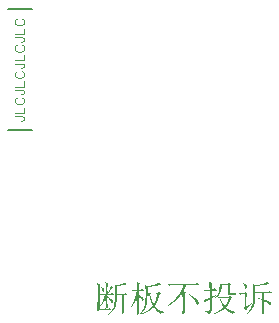
<source format=gto>
G04 Layer: TopSilkscreenLayer*
G04 EasyEDA Pro v2.2.20.11, 2024-05-07 19:23:25*
G04 Gerber Generator version 0.3*
G04 Scale: 100 percent, Rotated: No, Reflected: No*
G04 Dimensions in millimeters*
G04 Leading zeros omitted, absolute positions, 3 integers and 5 decimals*
%FSLAX35Y35*%
%MOMM*%
%ADD10C,0.1*%
%ADD11C,0.15*%
G75*


G04 Text Start*
G54D10*
G01X-1710182Y-376682D02*
G01X-1650238Y-376682D01*
G01X-1639062Y-380238D01*
G01X-1635252Y-384048D01*
G01X-1631442Y-391668D01*
G01X-1631442Y-399034D01*
G01X-1635252Y-406654D01*
G01X-1639062Y-410464D01*
G01X-1650238Y-414020D01*
G01X-1657604Y-414020D01*
G01X-1710182Y-348742D02*
G01X-1631442Y-348742D01*
G01X-1631442Y-348742D02*
G01X-1631442Y-303784D01*
G01X-1691386Y-219456D02*
G01X-1699006Y-223266D01*
G01X-1706372Y-230886D01*
G01X-1710182Y-238252D01*
G01X-1710182Y-253238D01*
G01X-1706372Y-260858D01*
G01X-1699006Y-268224D01*
G01X-1691386Y-272034D01*
G01X-1680210Y-275844D01*
G01X-1661414Y-275844D01*
G01X-1650238Y-272034D01*
G01X-1642618Y-268224D01*
G01X-1635252Y-260858D01*
G01X-1631442Y-253238D01*
G01X-1631442Y-238252D01*
G01X-1635252Y-230886D01*
G01X-1642618Y-223266D01*
G01X-1650238Y-219456D01*
G01X-1710182Y-153924D02*
G01X-1650238Y-153924D01*
G01X-1639062Y-157734D01*
G01X-1635252Y-161544D01*
G01X-1631442Y-168910D01*
G01X-1631442Y-176530D01*
G01X-1635252Y-183896D01*
G01X-1639062Y-187706D01*
G01X-1650238Y-191516D01*
G01X-1657604Y-191516D01*
G01X-1710182Y-125984D02*
G01X-1631442Y-125984D01*
G01X-1631442Y-125984D02*
G01X-1631442Y-81026D01*
G01X-1691386Y3302D02*
G01X-1699006Y-508D01*
G01X-1706372Y-8128D01*
G01X-1710182Y-15494D01*
G01X-1710182Y-30480D01*
G01X-1706372Y-38100D01*
G01X-1699006Y-45466D01*
G01X-1691386Y-49276D01*
G01X-1680210Y-53086D01*
G01X-1661414Y-53086D01*
G01X-1650238Y-49276D01*
G01X-1642618Y-45466D01*
G01X-1635252Y-38100D01*
G01X-1631442Y-30480D01*
G01X-1631442Y-15494D01*
G01X-1635252Y-8128D01*
G01X-1642618Y-508D01*
G01X-1650238Y3302D01*
G01X-1710182Y68834D02*
G01X-1650238Y68834D01*
G01X-1639062Y65024D01*
G01X-1635252Y61214D01*
G01X-1631442Y53848D01*
G01X-1631442Y46228D01*
G01X-1635252Y38862D01*
G01X-1639062Y35052D01*
G01X-1650238Y31242D01*
G01X-1657604Y31242D01*
G01X-1710182Y96774D02*
G01X-1631442Y96774D01*
G01X-1631442Y96774D02*
G01X-1631442Y141732D01*
G01X-1691386Y226060D02*
G01X-1699006Y222250D01*
G01X-1706372Y214630D01*
G01X-1710182Y207264D01*
G01X-1710182Y192278D01*
G01X-1706372Y184658D01*
G01X-1699006Y177292D01*
G01X-1691386Y173482D01*
G01X-1680210Y169672D01*
G01X-1661414Y169672D01*
G01X-1650238Y173482D01*
G01X-1642618Y177292D01*
G01X-1635252Y184658D01*
G01X-1631442Y192278D01*
G01X-1631442Y207264D01*
G01X-1635252Y214630D01*
G01X-1642618Y222250D01*
G01X-1650238Y226060D01*
G01X-1710182Y291592D02*
G01X-1650238Y291592D01*
G01X-1639062Y287782D01*
G01X-1635252Y283972D01*
G01X-1631442Y276606D01*
G01X-1631442Y268986D01*
G01X-1635252Y261620D01*
G01X-1639062Y257810D01*
G01X-1650238Y254000D01*
G01X-1657604Y254000D01*
G01X-1710182Y319532D02*
G01X-1631442Y319532D01*
G01X-1631442Y319532D02*
G01X-1631442Y364490D01*
G01X-1691386Y448818D02*
G01X-1699006Y445008D01*
G01X-1706372Y437388D01*
G01X-1710182Y430022D01*
G01X-1710182Y415036D01*
G01X-1706372Y407416D01*
G01X-1699006Y400050D01*
G01X-1691386Y396240D01*
G01X-1680210Y392430D01*
G01X-1661414Y392430D01*
G01X-1650238Y396240D01*
G01X-1642618Y400050D01*
G01X-1635252Y407416D01*
G01X-1631442Y415036D01*
G01X-1631442Y430022D01*
G01X-1635252Y437388D01*
G01X-1642618Y445008D01*
G01X-1650238Y448818D01*
G36*
G01X-673129Y-2057371D02*
G01X-676564Y-2058093D01*
G01X-676564Y-2041467D01*
G01X-676383Y-2026639D01*
G01X-676210Y-2024041D01*
G01X-676095Y-2023432D01*
G01X-675987Y-2022184D01*
G01X-675640Y-1969424D01*
G01X-676077Y-1921699D01*
G01X-676347Y-1917245D01*
G01X-676452Y-1916576D01*
G01X-676564Y-1916314D01*
G01X-677026Y-1916228D01*
G01X-677487Y-1916430D01*
G01X-677949Y-1916921D01*
G01X-678411Y-1917700D01*
G01X-681182Y-1923473D01*
G01X-682106Y-1926013D01*
G01X-683260Y-1929116D01*
G01X-684761Y-1932363D01*
G01X-685916Y-1935249D01*
G01X-686954Y-1936995D01*
G01X-687878Y-1938727D01*
G01X-689494Y-1942407D01*
G01X-690649Y-1944384D01*
G01X-691573Y-1946116D01*
G01X-693189Y-1949796D01*
G01X-693651Y-1950662D01*
G01X-695036Y-1952914D01*
G01X-696884Y-1956377D01*
G01X-697807Y-1957878D01*
G01X-703349Y-1966768D01*
G01X-704763Y-1969424D01*
G01X-705608Y-1970809D01*
G01X-706582Y-1972194D01*
G01X-709411Y-1976178D01*
G01X-712528Y-1980219D01*
G01X-714894Y-1983480D01*
G01X-716518Y-1985378D01*
G01X-717615Y-1986821D01*
G01X-718943Y-1988885D01*
G01X-719311Y-1989311D01*
G01X-719693Y-1989635D01*
G01X-720090Y-1989859D01*
G01X-720501Y-1989982D01*
G01X-720927Y-1990003D01*
G01X-721367Y-1989924D01*
G01X-721822Y-1989744D01*
G01X-722240Y-1989491D01*
G01X-722572Y-1989195D01*
G01X-722818Y-1988856D01*
G01X-722976Y-1988474D01*
G01X-723049Y-1988048D01*
G01X-723034Y-1987579D01*
G01X-722933Y-1987067D01*
G01X-722746Y-1986511D01*
G01X-721822Y-1984433D01*
G01X-720667Y-1982456D01*
G01X-719744Y-1980724D01*
G01X-718127Y-1977044D01*
G01X-716973Y-1975066D01*
G01X-716049Y-1973335D01*
G01X-714433Y-1969654D01*
G01X-713278Y-1967677D01*
G01X-712354Y-1965946D01*
G01X-710738Y-1962266D01*
G01X-709584Y-1960281D01*
G01X-708660Y-1958376D01*
G01X-707967Y-1956493D01*
G01X-706813Y-1953390D01*
G01X-705196Y-1949796D01*
G01X-704273Y-1947256D01*
G01X-703118Y-1944154D01*
G01X-701502Y-1940560D01*
G01X-700578Y-1938020D01*
G01X-699424Y-1934917D01*
G01X-698298Y-1932478D01*
G01X-697605Y-1930631D01*
G01X-696768Y-1927860D01*
G01X-695527Y-1925060D01*
G01X-694834Y-1922982D01*
G01X-694315Y-1920702D01*
G01X-693817Y-1918970D01*
G01X-691804Y-1913544D01*
G01X-691342Y-1911927D01*
G01X-690620Y-1908694D01*
G01X-690122Y-1906963D01*
G01X-688109Y-1901536D01*
G01X-687878Y-1900815D01*
G01X-686954Y-1897409D01*
G01X-685800Y-1893339D01*
G01X-684761Y-1888028D01*
G01X-683953Y-1884911D01*
G01X-682365Y-1879571D01*
G01X-682134Y-1877955D01*
G01X-682048Y-1876136D01*
G01X-681874Y-1875213D01*
G01X-681586Y-1874289D01*
G01X-680965Y-1872896D01*
G01X-680619Y-1871915D01*
G01X-680201Y-1868083D01*
G01X-680027Y-1867016D01*
G01X-679739Y-1866005D01*
G01X-679118Y-1864576D01*
G01X-678772Y-1863537D01*
G01X-678541Y-1862383D01*
G01X-678411Y-1860434D01*
G01X-678411Y-1857664D01*
G01X-691804Y-1857664D01*
G01X-702541Y-1857894D01*
G01X-705918Y-1858183D01*
G01X-707109Y-1858371D01*
G01X-707967Y-1858587D01*
G01X-712124Y-1859973D01*
G01X-712787Y-1860117D01*
G01X-713394Y-1860088D01*
G01X-713942Y-1859886D01*
G01X-714433Y-1859511D01*
G01X-715472Y-1858587D01*
G01X-717406Y-1857173D01*
G01X-718560Y-1856018D01*
G01X-720090Y-1854084D01*
G01X-721360Y-1853046D01*
G01X-722284Y-1852122D01*
G01X-722284Y-1851198D01*
G01X-721706Y-1850957D01*
G01X-720442Y-1850773D01*
G01X-717548Y-1850567D01*
G01X-698731Y-1850274D01*
G01X-675640Y-1850274D01*
G01X-675640Y-1825336D01*
G01X-675756Y-1806286D01*
G01X-675994Y-1799727D01*
G01X-676102Y-1799013D01*
G01X-676210Y-1798551D01*
G01X-676433Y-1796090D01*
G01X-676564Y-1788853D01*
G01X-676333Y-1782272D01*
G01X-676044Y-1780627D01*
G01X-675640Y-1780078D01*
G01X-675121Y-1780136D01*
G01X-674486Y-1780309D01*
G01X-672869Y-1781002D01*
G01X-671137Y-1781926D01*
G01X-669276Y-1783080D01*
G01X-667544Y-1784004D01*
G01X-663864Y-1785620D01*
G01X-662998Y-1786082D01*
G01X-660862Y-1787352D01*
G01X-659123Y-1788059D01*
G01X-657976Y-1788622D01*
G01X-655291Y-1790440D01*
G01X-654281Y-1791046D01*
G01X-653213Y-1791595D01*
G01X-651106Y-1792576D01*
G01X-650471Y-1793124D01*
G01X-650182Y-1793731D01*
G01X-650240Y-1794394D01*
G01X-650529Y-1795058D01*
G01X-650933Y-1795664D01*
G01X-651452Y-1796213D01*
G01X-652087Y-1796704D01*
G01X-653906Y-1798089D01*
G01X-655436Y-1799474D01*
G01X-656748Y-1800433D01*
G01X-656992Y-1800882D01*
G01X-657176Y-1801572D01*
G01X-657494Y-1803816D01*
G01X-657766Y-1807613D01*
G01X-658091Y-1825798D01*
G01X-658091Y-1850274D01*
G01X-651164Y-1850274D01*
G01X-648075Y-1850217D01*
G01X-645737Y-1850044D01*
G01X-644150Y-1849755D01*
G01X-643638Y-1849567D01*
G01X-643313Y-1849351D01*
G01X-642274Y-1848427D01*
G01X-640340Y-1847013D01*
G01X-639185Y-1845858D01*
G01X-637656Y-1843924D01*
G01X-635722Y-1842395D01*
G01X-634567Y-1841240D01*
G01X-633586Y-1839941D01*
G01X-633037Y-1839422D01*
G01X-632431Y-1839018D01*
G01X-631767Y-1838729D01*
G01X-631103Y-1838614D01*
G01X-630497Y-1838729D01*
G01X-629949Y-1839076D01*
G01X-629458Y-1839653D01*
G01X-628419Y-1840923D01*
G01X-626485Y-1842452D01*
G01X-625331Y-1843607D01*
G01X-623801Y-1845541D01*
G01X-621867Y-1847071D01*
G01X-620712Y-1848225D01*
G01X-619731Y-1849524D01*
G01X-619183Y-1850044D01*
G01X-618577Y-1850448D01*
G01X-617249Y-1851025D01*
G01X-616643Y-1851429D01*
G01X-616094Y-1851949D01*
G01X-615604Y-1852584D01*
G01X-614564Y-1853854D01*
G01X-613294Y-1854893D01*
G01X-612371Y-1855816D01*
G01X-612371Y-1856740D01*
G01X-612939Y-1856982D01*
G01X-614180Y-1857165D01*
G01X-617018Y-1857371D01*
G01X-635462Y-1857664D01*
G01X-658091Y-1857664D01*
G01X-658091Y-1872904D01*
G01X-657860Y-1884564D01*
G01X-657571Y-1887711D01*
G01X-657384Y-1888613D01*
G01X-657167Y-1889067D01*
G01X-656915Y-1889305D01*
G01X-655472Y-1890402D01*
G01X-653934Y-1891376D01*
G01X-648739Y-1894609D01*
G01X-645276Y-1896456D01*
G01X-643774Y-1897380D01*
G01X-637886Y-1901074D01*
G01X-632691Y-1904769D01*
G01X-630872Y-1906154D01*
G01X-629343Y-1907540D01*
G01X-627409Y-1908954D01*
G01X-626254Y-1910109D01*
G01X-622819Y-1914900D01*
G01X-621896Y-1916517D01*
G01X-621030Y-1918739D01*
G01X-619908Y-1921245D01*
G01X-619590Y-1922529D01*
G01X-619356Y-1924541D01*
G01X-619298Y-1926474D01*
G01X-619356Y-1928408D01*
G01X-619529Y-1930054D01*
G01X-619659Y-1930768D01*
G01X-620005Y-1931980D01*
G01X-620655Y-1933431D01*
G01X-621347Y-1935509D01*
G01X-621867Y-1937731D01*
G01X-622184Y-1938713D01*
G01X-622560Y-1939579D01*
G01X-623801Y-1941714D01*
G01X-624378Y-1943100D01*
G01X-624696Y-1943735D01*
G01X-625186Y-1944254D01*
G01X-625850Y-1944659D01*
G01X-626687Y-1944947D01*
G01X-627135Y-1945027D01*
G01X-627553Y-1945034D01*
G01X-627943Y-1944969D01*
G01X-628304Y-1944832D01*
G01X-628636Y-1944622D01*
G01X-628939Y-1944341D01*
G01X-629213Y-1943987D01*
G01X-630382Y-1941830D01*
G01X-631529Y-1939968D01*
G01X-631933Y-1939160D01*
G01X-632431Y-1937731D01*
G01X-632979Y-1935480D01*
G01X-633384Y-1934326D01*
G01X-633903Y-1933171D01*
G01X-635202Y-1930862D01*
G01X-636090Y-1929130D01*
G01X-637338Y-1926244D01*
G01X-638182Y-1924512D01*
G01X-639156Y-1922780D01*
G01X-645160Y-1913197D01*
G01X-647209Y-1910311D01*
G01X-648097Y-1908926D01*
G01X-649345Y-1906674D01*
G01X-649894Y-1905924D01*
G01X-650500Y-1905289D01*
G01X-651503Y-1904524D01*
G01X-652138Y-1903946D01*
G01X-652715Y-1903254D01*
G01X-653235Y-1902446D01*
G01X-653992Y-1901161D01*
G01X-654627Y-1900497D01*
G01X-655378Y-1900007D01*
G01X-656244Y-1899689D01*
G01X-658091Y-1899227D01*
G01X-658091Y-1951413D01*
G01X-657873Y-1999157D01*
G01X-657685Y-2004612D01*
G01X-657629Y-2004984D01*
G01X-657573Y-2005236D01*
G01X-657416Y-2007153D01*
G01X-657167Y-2028074D01*
G01X-657254Y-2037628D01*
G01X-657708Y-2047088D01*
G01X-657947Y-2048943D01*
G01X-658228Y-2050148D01*
G01X-658553Y-2050704D01*
G01X-660054Y-2051627D01*
G01X-662738Y-2053013D01*
G01X-665942Y-2054398D01*
G01X-667609Y-2055091D01*
G01X-671051Y-2056678D01*
G01X-673129Y-2057371D01*
G37*
G36*
G01X-913072Y-2056419D02*
G01X-913938Y-2056707D01*
G01X-914804Y-2056852D01*
G01X-915554Y-2056823D01*
G01X-916189Y-2056621D01*
G01X-916709Y-2056246D01*
G01X-917084Y-2055755D01*
G01X-917286Y-2055206D01*
G01X-917315Y-2054600D01*
G01X-917171Y-2053936D01*
G01X-916882Y-2053272D01*
G01X-916478Y-2052666D01*
G01X-915959Y-2052118D01*
G01X-914660Y-2051137D01*
G01X-913505Y-2049982D01*
G01X-911976Y-2048048D01*
G01X-910042Y-2046518D01*
G01X-908887Y-2045364D01*
G01X-907357Y-2043430D01*
G01X-905423Y-2041900D01*
G01X-904269Y-2040746D01*
G01X-902739Y-2038812D01*
G01X-900805Y-2037282D01*
G01X-899651Y-2036127D01*
G01X-898698Y-2034800D01*
G01X-896851Y-2032664D01*
G01X-895466Y-2030846D01*
G01X-894080Y-2029027D01*
G01X-892694Y-2027497D01*
G01X-891309Y-2025563D01*
G01X-889686Y-2023665D01*
G01X-888589Y-2022223D01*
G01X-887614Y-2020686D01*
G01X-884382Y-2015490D01*
G01X-882967Y-2012834D01*
G01X-882123Y-2011449D01*
G01X-880485Y-2009111D01*
G01X-879879Y-2008101D01*
G01X-879331Y-2007033D01*
G01X-877916Y-2003829D01*
G01X-876560Y-2001491D01*
G01X-875867Y-1999875D01*
G01X-875030Y-1997133D01*
G01X-873789Y-1994333D01*
G01X-873096Y-1992255D01*
G01X-872577Y-1990032D01*
G01X-872259Y-1989051D01*
G01X-871884Y-1988185D01*
G01X-871047Y-1986713D01*
G01X-870758Y-1985934D01*
G01X-870585Y-1985097D01*
G01X-870513Y-1983733D01*
G01X-870397Y-1982751D01*
G01X-870008Y-1981171D01*
G01X-868976Y-1978184D01*
G01X-868629Y-1976798D01*
G01X-868218Y-1974504D01*
G01X-867987Y-1973003D01*
G01X-867526Y-1970694D01*
G01X-866948Y-1968384D01*
G01X-866804Y-1965758D01*
G01X-866573Y-1964142D01*
G01X-866315Y-1963234D01*
G01X-866089Y-1961926D01*
G01X-865974Y-1960425D01*
G01X-865909Y-1957416D01*
G01X-865794Y-1953606D01*
G01X-865649Y-1952307D01*
G01X-865391Y-1951227D01*
G01X-865166Y-1949919D01*
G01X-865050Y-1948418D01*
G01X-864986Y-1945409D01*
G01X-864870Y-1941599D01*
G01X-864726Y-1940300D01*
G01X-864520Y-1939394D01*
G01X-864431Y-1938374D01*
G01X-864062Y-1870133D01*
G01X-863701Y-1811792D01*
G01X-863355Y-1803306D01*
G01X-863250Y-1802511D01*
G01X-863138Y-1802246D01*
G01X-862590Y-1802332D01*
G01X-861868Y-1802592D01*
G01X-859906Y-1803631D01*
G01X-855287Y-1806402D01*
G01X-851232Y-1808927D01*
G01X-850424Y-1809274D01*
G01X-849500Y-1809505D01*
G01X-848461Y-1809620D01*
G01X-847328Y-1809620D01*
G01X-846231Y-1809505D01*
G01X-845192Y-1809274D01*
G01X-844211Y-1808927D01*
G01X-842818Y-1808307D01*
G01X-841894Y-1808018D01*
G01X-840971Y-1807845D01*
G01X-839152Y-1807758D01*
G01X-837536Y-1807527D01*
G01X-835198Y-1806864D01*
G01X-831042Y-1805940D01*
G01X-827809Y-1805016D01*
G01X-823653Y-1804093D01*
G01X-820420Y-1803169D01*
G01X-815917Y-1802130D01*
G01X-813262Y-1801322D01*
G01X-807720Y-1799474D01*
G01X-804617Y-1798320D01*
G01X-801254Y-1796819D01*
G01X-798455Y-1795953D01*
G01X-797444Y-1795549D01*
G01X-796377Y-1795029D01*
G01X-793173Y-1793240D01*
G01X-790892Y-1792287D01*
G01X-790286Y-1791970D01*
G01X-789738Y-1791595D01*
G01X-788995Y-1790931D01*
G01X-788360Y-1790469D01*
G01X-787082Y-1789776D01*
G01X-784947Y-1788824D01*
G01X-784052Y-1788276D01*
G01X-783330Y-1787669D01*
G01X-782291Y-1786428D01*
G01X-781743Y-1786082D01*
G01X-781137Y-1785966D01*
G01X-780473Y-1786082D01*
G01X-779087Y-1786659D01*
G01X-777702Y-1787467D01*
G01X-776432Y-1788506D01*
G01X-774902Y-1790440D01*
G01X-773747Y-1791595D01*
G01X-772420Y-1792605D01*
G01X-771814Y-1793240D01*
G01X-771265Y-1793991D01*
G01X-770284Y-1795722D01*
G01X-769736Y-1796473D01*
G01X-769129Y-1797108D01*
G01X-768466Y-1797627D01*
G01X-767196Y-1798666D01*
G01X-765666Y-1800600D01*
G01X-764511Y-1801755D01*
G01X-763241Y-1802736D01*
G01X-762808Y-1803284D01*
G01X-762548Y-1803891D01*
G01X-762462Y-1804554D01*
G01X-762543Y-1804802D01*
G01X-762904Y-1805094D01*
G01X-763193Y-1805224D01*
G01X-763986Y-1805452D01*
G01X-765718Y-1805711D01*
G01X-767657Y-1805853D01*
G01X-771698Y-1805940D01*
G01X-773892Y-1805954D01*
G01X-779087Y-1806171D01*
G01X-781396Y-1806459D01*
G01X-782204Y-1806647D01*
G01X-782782Y-1806864D01*
G01X-783734Y-1807268D01*
G01X-784744Y-1807556D01*
G01X-785812Y-1807729D01*
G01X-788093Y-1807816D01*
G01X-789824Y-1807968D01*
G01X-791556Y-1808249D01*
G01X-793634Y-1808711D01*
G01X-796059Y-1809375D01*
G01X-797704Y-1809570D01*
G01X-802640Y-1809750D01*
G01X-803679Y-1809894D01*
G01X-804487Y-1810096D01*
G01X-805988Y-1810443D01*
G01X-808615Y-1810587D01*
G01X-810231Y-1810818D01*
G01X-812800Y-1811482D01*
G01X-815571Y-1811944D01*
G01X-824865Y-1813098D01*
G01X-827636Y-1813560D01*
G01X-829281Y-1813993D01*
G01X-831359Y-1814224D01*
G01X-835314Y-1814368D01*
G01X-837738Y-1814714D01*
G01X-839816Y-1815176D01*
G01X-842183Y-1815840D01*
G01X-844031Y-1816071D01*
G01X-847436Y-1816100D01*
G01X-847436Y-1884449D01*
G01X-816033Y-1884449D01*
G01X-792249Y-1884103D01*
G01X-786072Y-1883670D01*
G01X-784413Y-1883388D01*
G01X-783706Y-1883064D01*
G01X-782666Y-1881794D01*
G01X-780732Y-1880264D01*
G01X-779578Y-1879109D01*
G01X-778048Y-1877176D01*
G01X-776114Y-1875646D01*
G01X-774960Y-1874491D01*
G01X-773978Y-1873192D01*
G01X-773430Y-1872673D01*
G01X-772824Y-1872269D01*
G01X-772160Y-1871980D01*
G01X-771496Y-1871864D01*
G01X-770890Y-1871980D01*
G01X-770342Y-1872326D01*
G01X-769360Y-1873567D01*
G01X-768206Y-1874722D01*
G01X-766272Y-1876252D01*
G01X-764742Y-1878186D01*
G01X-763587Y-1879340D01*
G01X-761654Y-1880870D01*
G01X-760124Y-1882804D01*
G01X-758969Y-1883958D01*
G01X-757036Y-1885488D01*
G01X-755506Y-1887422D01*
G01X-754351Y-1888577D01*
G01X-753052Y-1889558D01*
G01X-752533Y-1890106D01*
G01X-752129Y-1890712D01*
G01X-751840Y-1891376D01*
G01X-751899Y-1891624D01*
G01X-752434Y-1891916D01*
G01X-753031Y-1892077D01*
G01X-754835Y-1892347D01*
G01X-757757Y-1892567D01*
G01X-767542Y-1892762D01*
G01X-780242Y-1892877D01*
G01X-785221Y-1893115D01*
G01X-786014Y-1893224D01*
G01X-788324Y-1893686D01*
G01X-788324Y-1952336D01*
G01X-788143Y-2003281D01*
G01X-787918Y-2011976D01*
G01X-787862Y-2012373D01*
G01X-787705Y-2013071D01*
G01X-787488Y-2015539D01*
G01X-787284Y-2025419D01*
G01X-787140Y-2027064D01*
G01X-786938Y-2028074D01*
G01X-786781Y-2028740D01*
G01X-786565Y-2030948D01*
G01X-786476Y-2035002D01*
G01X-786491Y-2036329D01*
G01X-786606Y-2038639D01*
G01X-786837Y-2040486D01*
G01X-787184Y-2041871D01*
G01X-787400Y-2042391D01*
G01X-787652Y-2042838D01*
G01X-787948Y-2043257D01*
G01X-788670Y-2044007D01*
G01X-789565Y-2044642D01*
G01X-792711Y-2046086D01*
G01X-794327Y-2047009D01*
G01X-795828Y-2047817D01*
G01X-798426Y-2048654D01*
G01X-799176Y-2048972D01*
G01X-799811Y-2049347D01*
G01X-800851Y-2050184D01*
G01X-801486Y-2050473D01*
G01X-802236Y-2050646D01*
G01X-803102Y-2050704D01*
G01X-803939Y-2050617D01*
G01X-804603Y-2050357D01*
G01X-805093Y-2049924D01*
G01X-805411Y-2049318D01*
G01X-805613Y-2048568D01*
G01X-805844Y-2046721D01*
G01X-805844Y-2044527D01*
G01X-805613Y-2042679D01*
G01X-805382Y-2041833D01*
G01X-805303Y-2041424D01*
G01X-805112Y-2039127D01*
G01X-804949Y-2028998D01*
G01X-804769Y-2018535D01*
G01X-804596Y-2016572D01*
G01X-804480Y-2016042D01*
G01X-804389Y-2014989D01*
G01X-804026Y-1953722D01*
G01X-804026Y-1892762D01*
G01X-847436Y-1892762D01*
G01X-847436Y-1910311D01*
G01X-847617Y-1925933D01*
G01X-847790Y-1928647D01*
G01X-847898Y-1929246D01*
G01X-848006Y-1929685D01*
G01X-848244Y-1932132D01*
G01X-848476Y-1943908D01*
G01X-848620Y-1945727D01*
G01X-848822Y-1946794D01*
G01X-849168Y-1948296D01*
G01X-849312Y-1950922D01*
G01X-849543Y-1952538D01*
G01X-849854Y-1953621D01*
G01X-850092Y-1954876D01*
G01X-850236Y-1958051D01*
G01X-850467Y-1959899D01*
G01X-851131Y-1962612D01*
G01X-851824Y-1967432D01*
G01X-852286Y-1969972D01*
G01X-852978Y-1972541D01*
G01X-854017Y-1977852D01*
G01X-854826Y-1980969D01*
G01X-856673Y-1987434D01*
G01X-857134Y-1988936D01*
G01X-857596Y-1990206D01*
G01X-858058Y-1991244D01*
G01X-858751Y-1992421D01*
G01X-859674Y-1994326D01*
G01X-861291Y-1998634D01*
G01X-861753Y-1999586D01*
G01X-863138Y-2001866D01*
G01X-864552Y-2004522D01*
G01X-865397Y-2005907D01*
G01X-867035Y-2008216D01*
G01X-867922Y-2009602D01*
G01X-869171Y-2011911D01*
G01X-870015Y-2013296D01*
G01X-873298Y-2017914D01*
G01X-874684Y-2019733D01*
G01X-876069Y-2021263D01*
G01X-877454Y-2023197D01*
G01X-879071Y-2025087D01*
G01X-879764Y-2025996D01*
G01X-881178Y-2028479D01*
G01X-881726Y-2029229D01*
G01X-882332Y-2029864D01*
G01X-883660Y-2030874D01*
G01X-884815Y-2032029D01*
G01X-886344Y-2033963D01*
G01X-888278Y-2035492D01*
G01X-889433Y-2036647D01*
G01X-890176Y-2037664D01*
G01X-891194Y-2038812D01*
G01X-892088Y-2039649D01*
G01X-895234Y-2042276D01*
G01X-897544Y-2044440D01*
G01X-898929Y-2045595D01*
G01X-900286Y-2046547D01*
G01X-902422Y-2048394D01*
G01X-904240Y-2049780D01*
G01X-906058Y-2051166D01*
G01X-907040Y-2052060D01*
G01X-907588Y-2052436D01*
G01X-908194Y-2052753D01*
G01X-909522Y-2053301D01*
G01X-910128Y-2053706D01*
G01X-910677Y-2054225D01*
G01X-911687Y-2055495D01*
G01X-912322Y-2056014D01*
G01X-913072Y-2056419D01*
G37*
G36*
G01X252153Y-2055784D02*
G01X251489Y-2055928D01*
G01X250883Y-2055899D01*
G01X250334Y-2055697D01*
G01X249844Y-2055322D01*
G01X249411Y-2054831D01*
G01X249036Y-2054283D01*
G01X248718Y-2053677D01*
G01X248458Y-2053013D01*
G01X248343Y-2052349D01*
G01X248458Y-2051743D01*
G01X248804Y-2051194D01*
G01X249382Y-2050704D01*
G01X250652Y-2049664D01*
G01X252182Y-2047731D01*
G01X253336Y-2046576D01*
G01X255270Y-2045046D01*
G01X256800Y-2043112D01*
G01X257954Y-2041958D01*
G01X259888Y-2040428D01*
G01X261418Y-2038494D01*
G01X262573Y-2037340D01*
G01X263590Y-2036597D01*
G01X264737Y-2035579D01*
G01X265574Y-2034684D01*
G01X266469Y-2033616D01*
G01X273858Y-2024380D01*
G01X275987Y-2021494D01*
G01X278476Y-2017568D01*
G01X285115Y-2008245D01*
G01X286039Y-2006629D01*
G01X286457Y-2005546D01*
G01X287265Y-2003815D01*
G01X289149Y-2000546D01*
G01X291407Y-1996324D01*
G01X292562Y-1994463D01*
G01X293486Y-1992731D01*
G01X294178Y-1991129D01*
G01X299720Y-1977274D01*
G01X301106Y-1973580D01*
G01X301336Y-1972858D01*
G01X302260Y-1969452D01*
G01X303414Y-1965498D01*
G01X304338Y-1961342D01*
G01X305262Y-1958109D01*
G01X306186Y-1953953D01*
G01X306849Y-1951615D01*
G01X307080Y-1949998D01*
G01X307224Y-1946910D01*
G01X307571Y-1944024D01*
G01X307802Y-1942523D01*
G01X308264Y-1940214D01*
G01X308502Y-1939380D01*
G01X308593Y-1938315D01*
G01X308956Y-1876136D01*
G01X308810Y-1825659D01*
G01X308551Y-1813277D01*
G01X308494Y-1812867D01*
G01X308213Y-1811374D01*
G01X308098Y-1809873D01*
G01X308033Y-1806864D01*
G01X308148Y-1803054D01*
G01X308293Y-1801755D01*
G01X308494Y-1800860D01*
G01X308812Y-1800312D01*
G01X309303Y-1800052D01*
G01X309967Y-1800081D01*
G01X310804Y-1800398D01*
G01X311727Y-1800889D01*
G01X313113Y-1801733D01*
G01X315422Y-1803371D01*
G01X316807Y-1804259D01*
G01X319059Y-1805478D01*
G01X320444Y-1806402D01*
G01X321209Y-1807094D01*
G01X322118Y-1807787D01*
G01X323734Y-1808711D01*
G01X324687Y-1809086D01*
G01X325697Y-1809288D01*
G01X326765Y-1809317D01*
G01X333433Y-1808249D01*
G01X334934Y-1808018D01*
G01X337243Y-1807556D01*
G01X338830Y-1807123D01*
G01X340908Y-1806892D01*
G01X344156Y-1806734D01*
G01X345310Y-1806503D01*
G01X346349Y-1806156D01*
G01X347778Y-1805536D01*
G01X351552Y-1805002D01*
G01X352649Y-1804886D01*
G01X353688Y-1804656D01*
G01X354669Y-1804309D01*
G01X356091Y-1803689D01*
G01X359865Y-1803155D01*
G01X360961Y-1803039D01*
G01X362001Y-1802808D01*
G01X362982Y-1802462D01*
G01X364403Y-1801841D01*
G01X365414Y-1801553D01*
G01X366482Y-1801379D01*
G01X368704Y-1801264D01*
G01X369686Y-1801091D01*
G01X370551Y-1800802D01*
G01X372023Y-1799994D01*
G01X372803Y-1799706D01*
G01X373640Y-1799532D01*
G01X375458Y-1799417D01*
G01X376382Y-1799244D01*
G01X377306Y-1798955D01*
G01X378691Y-1798334D01*
G01X379614Y-1797988D01*
G01X380538Y-1797757D01*
G01X381462Y-1797642D01*
G01X382847Y-1797569D01*
G01X383771Y-1797396D01*
G01X384694Y-1797108D01*
G01X386571Y-1796271D01*
G01X388649Y-1795578D01*
G01X390929Y-1795058D01*
G01X392661Y-1794561D01*
G01X398087Y-1792547D01*
G01X402244Y-1791162D01*
G01X405346Y-1790007D01*
G01X408709Y-1788506D01*
G01X411422Y-1787669D01*
G01X412173Y-1787352D01*
G01X412808Y-1786977D01*
G01X413580Y-1786313D01*
G01X414215Y-1785851D01*
G01X415492Y-1785158D01*
G01X417714Y-1784206D01*
G01X419446Y-1783361D01*
G01X421178Y-1782387D01*
G01X423372Y-1781002D01*
G01X425796Y-1779306D01*
G01X426258Y-1779068D01*
G01X426720Y-1778902D01*
G01X427182Y-1778808D01*
G01X427644Y-1778787D01*
G01X428106Y-1778837D01*
G01X428567Y-1778960D01*
G01X429029Y-1779154D01*
G01X429866Y-1779645D01*
G01X430530Y-1780194D01*
G01X431021Y-1780800D01*
G01X431627Y-1782127D01*
G01X432031Y-1782734D01*
G01X432551Y-1783282D01*
G01X433532Y-1784025D01*
G01X434224Y-1784660D01*
G01X435264Y-1785937D01*
G01X436649Y-1788073D01*
G01X437342Y-1788968D01*
G01X438034Y-1789690D01*
G01X438727Y-1790238D01*
G01X439391Y-1790758D01*
G01X439997Y-1791393D01*
G01X440546Y-1792143D01*
G01X441527Y-1793875D01*
G01X442076Y-1794626D01*
G01X442682Y-1795261D01*
G01X443981Y-1796271D01*
G01X444500Y-1796819D01*
G01X444904Y-1797425D01*
G01X445193Y-1798089D01*
G01X445258Y-1798421D01*
G01X445222Y-1798724D01*
G01X445084Y-1798998D01*
G01X444846Y-1799244D01*
G01X444507Y-1799460D01*
G01X444067Y-1799648D01*
G01X443526Y-1799806D01*
G01X441585Y-1800167D01*
G01X439507Y-1800629D01*
G01X437919Y-1801062D01*
G01X436274Y-1801257D01*
G01X432493Y-1801351D01*
G01X430068Y-1801502D01*
G01X427644Y-1801784D01*
G01X426143Y-1802014D01*
G01X423834Y-1802476D01*
G01X422275Y-1802909D01*
G01X420428Y-1803140D01*
G01X416791Y-1803284D01*
G01X413789Y-1803631D01*
G01X412288Y-1803862D01*
G01X409979Y-1804324D01*
G01X408334Y-1804757D01*
G01X406537Y-1804951D01*
G01X400974Y-1805132D01*
G01X399848Y-1805276D01*
G01X399011Y-1805478D01*
G01X397279Y-1805940D01*
G01X394854Y-1806402D01*
G01X389774Y-1807326D01*
G01X384233Y-1808249D01*
G01X382732Y-1808480D01*
G01X380423Y-1808942D01*
G01X379247Y-1809281D01*
G01X377883Y-1809519D01*
G01X374159Y-1809663D01*
G01X372081Y-1809894D01*
G01X369339Y-1810558D01*
G01X366222Y-1811020D01*
G01X359294Y-1811944D01*
G01X357794Y-1812174D01*
G01X355484Y-1812636D01*
G01X353897Y-1813069D01*
G01X351819Y-1813300D01*
G01X347864Y-1813444D01*
G01X345440Y-1813791D01*
G01X343362Y-1814253D01*
G01X340908Y-1814917D01*
G01X339112Y-1815111D01*
G01X333548Y-1815292D01*
G01X332423Y-1815436D01*
G01X330864Y-1815840D01*
G01X329248Y-1816071D01*
G01X328296Y-1816106D01*
G01X328075Y-1816247D01*
G01X327821Y-1816686D01*
G01X327633Y-1817249D01*
G01X327339Y-1818685D01*
G01X327090Y-1820697D01*
G01X326787Y-1825017D01*
G01X326506Y-1840114D01*
G01X326570Y-1855073D01*
G01X326859Y-1865522D01*
G01X326967Y-1866438D01*
G01X327429Y-1868747D01*
G01X376844Y-1868747D01*
G01X417531Y-1868601D01*
G01X428095Y-1868341D01*
G01X428567Y-1868286D01*
G01X429722Y-1867997D01*
G01X430876Y-1867593D01*
G01X432031Y-1867073D01*
G01X433186Y-1866438D01*
G01X434253Y-1865746D01*
G01X435148Y-1865053D01*
G01X435870Y-1864360D01*
G01X436418Y-1863667D01*
G01X437457Y-1862397D01*
G01X439391Y-1860867D01*
G01X440546Y-1859713D01*
G01X442076Y-1857779D01*
G01X444009Y-1856249D01*
G01X445164Y-1855095D01*
G01X445900Y-1854128D01*
G01X446174Y-1853911D01*
G01X446477Y-1853781D01*
G01X446809Y-1853738D01*
G01X447170Y-1853781D01*
G01X447559Y-1853911D01*
G01X447978Y-1854128D01*
G01X449291Y-1855124D01*
G01X450677Y-1856509D01*
G01X451687Y-1857866D01*
G01X452842Y-1859020D01*
G01X454776Y-1860550D01*
G01X456305Y-1862484D01*
G01X457460Y-1863638D01*
G01X459394Y-1865168D01*
G01X460923Y-1867102D01*
G01X462078Y-1868257D01*
G01X463095Y-1869000D01*
G01X464243Y-1870017D01*
G01X465080Y-1870912D01*
G01X465974Y-1871980D01*
G01X466754Y-1873048D01*
G01X467244Y-1873943D01*
G01X467447Y-1874664D01*
G01X467360Y-1875213D01*
G01X466928Y-1875391D01*
G01X465819Y-1875550D01*
G01X462983Y-1875748D01*
G01X433647Y-1876136D01*
G01X400396Y-1876136D01*
G01X400396Y-1927860D01*
G01X402706Y-1928784D01*
G01X406400Y-1930169D01*
G01X408016Y-1930631D01*
G01X411220Y-1931352D01*
G01X413298Y-1932045D01*
G01X416214Y-1933286D01*
G01X419533Y-1934123D01*
G01X421611Y-1934816D01*
G01X424411Y-1936057D01*
G01X427153Y-1936894D01*
G01X428769Y-1937587D01*
G01X429852Y-1938244D01*
G01X430660Y-1938648D01*
G01X432089Y-1939146D01*
G01X434282Y-1939665D01*
G01X435264Y-1939983D01*
G01X436129Y-1940358D01*
G01X437241Y-1941022D01*
G01X438973Y-1941946D01*
G01X442241Y-1943331D01*
G01X444731Y-1944486D01*
G01X446463Y-1945409D01*
G01X447964Y-1946333D01*
G01X451427Y-1948699D01*
G01X452813Y-1950085D01*
G01X454776Y-1952567D01*
G01X456276Y-1954270D01*
G01X456738Y-1954992D01*
G01X457662Y-1956954D01*
G01X459047Y-1960649D01*
G01X459156Y-1961017D01*
G01X459394Y-1962381D01*
G01X459509Y-1964806D01*
G01X459394Y-1967692D01*
G01X459047Y-1970809D01*
G01X458788Y-1972368D01*
G01X458470Y-1973811D01*
G01X458095Y-1975139D01*
G01X457662Y-1976351D01*
G01X457142Y-1977361D01*
G01X456507Y-1978083D01*
G01X455757Y-1978516D01*
G01X454891Y-1978660D01*
G01X454025Y-1978573D01*
G01X453274Y-1978314D01*
G01X452639Y-1977881D01*
G01X451629Y-1976611D01*
G01X450475Y-1975456D01*
G01X449089Y-1974446D01*
G01X447899Y-1973450D01*
G01X445683Y-1971329D01*
G01X444067Y-1969943D01*
G01X442682Y-1968933D01*
G01X441527Y-1967778D01*
G01X440784Y-1966761D01*
G01X439766Y-1965614D01*
G01X438872Y-1964777D01*
G01X437804Y-1963882D01*
G01X434917Y-1961753D01*
G01X431223Y-1959379D01*
G01X430501Y-1958831D01*
G01X429707Y-1958109D01*
G01X428798Y-1957416D01*
G01X426258Y-1956002D01*
G01X424873Y-1955158D01*
G01X422564Y-1953520D01*
G01X421178Y-1952632D01*
G01X418061Y-1950951D01*
G01X415059Y-1949104D01*
G01X412375Y-1947689D01*
G01X409171Y-1945871D01*
G01X405476Y-1943562D01*
G01X404755Y-1943158D01*
G01X403976Y-1942869D01*
G01X403138Y-1942696D01*
G01X402244Y-1942638D01*
G01X401966Y-1942790D01*
G01X401811Y-1943028D01*
G01X401616Y-1943515D01*
G01X401393Y-1944398D01*
G01X401014Y-1947077D01*
G01X400701Y-1951430D01*
G01X400396Y-1967576D01*
G01X400512Y-1986626D01*
G01X400750Y-1993185D01*
G01X400858Y-1993900D01*
G01X400914Y-1994162D01*
G01X401060Y-1996007D01*
G01X401320Y-2019300D01*
G01X401060Y-2034194D01*
G01X400598Y-2040659D01*
G01X400281Y-2042853D01*
G01X399906Y-2044354D01*
G01X399473Y-2045162D01*
G01X399004Y-2045609D01*
G01X397510Y-2046778D01*
G01X396442Y-2047413D01*
G01X394162Y-2048423D01*
G01X392430Y-2049268D01*
G01X389544Y-2050906D01*
G01X387812Y-2051793D01*
G01X386080Y-2052551D01*
G01X385041Y-2052897D01*
G01X384233Y-2053013D01*
G01X383656Y-2052897D01*
G01X383309Y-2052551D01*
G01X383136Y-2052060D01*
G01X383078Y-2051512D01*
G01X383136Y-2050906D01*
G01X383309Y-2050242D01*
G01X383417Y-2049029D01*
G01X383771Y-1992053D01*
G01X383334Y-1940578D01*
G01X383064Y-1935783D01*
G01X382959Y-1935065D01*
G01X382847Y-1934787D01*
G01X381808Y-1934210D01*
G01X380538Y-1933402D01*
G01X379037Y-1932594D01*
G01X376353Y-1931728D01*
G01X375343Y-1931324D01*
G01X374275Y-1930804D01*
G01X371966Y-1929505D01*
G01X370724Y-1928899D01*
G01X369426Y-1928351D01*
G01X368069Y-1927860D01*
G01X364966Y-1926706D01*
G01X362441Y-1925551D01*
G01X360601Y-1924858D01*
G01X356141Y-1923473D01*
G01X354301Y-1922780D01*
G01X351328Y-1921510D01*
G01X349134Y-1920933D01*
G01X348153Y-1920615D01*
G01X347518Y-1920124D01*
G01X347229Y-1919461D01*
G01X347287Y-1918624D01*
G01X347547Y-1917816D01*
G01X347864Y-1917238D01*
G01X348240Y-1916892D01*
G01X348673Y-1916776D01*
G01X349625Y-1916841D01*
G01X352367Y-1917238D01*
G01X353666Y-1917469D01*
G01X355744Y-1917931D01*
G01X358256Y-1918624D01*
G01X363566Y-1919663D01*
G01X366684Y-1920471D01*
G01X368978Y-1921099D01*
G01X374304Y-1922318D01*
G01X377767Y-1923242D01*
G01X380538Y-1923704D01*
G01X383771Y-1924166D01*
G01X383771Y-1899689D01*
G01X383540Y-1881447D01*
G01X383251Y-1877002D01*
G01X383064Y-1875949D01*
G01X382847Y-1875674D01*
G01X382559Y-1875744D01*
G01X380913Y-1875877D01*
G01X357447Y-1876136D01*
G01X342077Y-1876071D01*
G01X330878Y-1875783D01*
G01X329738Y-1875674D01*
G01X326506Y-1875213D01*
G01X326506Y-1901536D01*
G01X326201Y-1929678D01*
G01X326044Y-1932016D01*
G01X325813Y-1933921D01*
G01X325351Y-1936692D01*
G01X324918Y-1938366D01*
G01X324723Y-1940012D01*
G01X324543Y-1944947D01*
G01X324398Y-1945986D01*
G01X324196Y-1946794D01*
G01X323734Y-1948526D01*
G01X323042Y-1952250D01*
G01X322580Y-1954328D01*
G01X321887Y-1956839D01*
G01X321194Y-1960562D01*
G01X320733Y-1962641D01*
G01X320271Y-1964142D01*
G01X319001Y-1968616D01*
G01X317962Y-1971394D01*
G01X316346Y-1975889D01*
G01X315191Y-1978992D01*
G01X314036Y-1981460D01*
G01X311727Y-1986742D01*
G01X310573Y-1988719D01*
G01X309649Y-1990451D01*
G01X308033Y-1994131D01*
G01X302491Y-2003136D01*
G01X297873Y-2010179D01*
G01X296458Y-2012777D01*
G01X295910Y-2013527D01*
G01X295304Y-2014162D01*
G01X294005Y-2015172D01*
G01X293486Y-2015721D01*
G01X293081Y-2016327D01*
G01X292504Y-2017655D01*
G01X292100Y-2018261D01*
G01X291581Y-2018809D01*
G01X290599Y-2019552D01*
G01X289906Y-2020187D01*
G01X288867Y-2021465D01*
G01X287482Y-2023601D01*
G01X286789Y-2024496D01*
G01X286096Y-2025217D01*
G01X284740Y-2026256D01*
G01X283585Y-2027411D01*
G01X282056Y-2029344D01*
G01X280122Y-2030874D01*
G01X278967Y-2032029D01*
G01X277437Y-2033963D01*
G01X275503Y-2035492D01*
G01X274349Y-2036647D01*
G01X272819Y-2038581D01*
G01X270885Y-2040111D01*
G01X269731Y-2041265D01*
G01X268749Y-2042564D01*
G01X268201Y-2043084D01*
G01X267595Y-2043488D01*
G01X266267Y-2044065D01*
G01X265661Y-2044469D01*
G01X265113Y-2044989D01*
G01X264622Y-2045624D01*
G01X264102Y-2046287D01*
G01X263467Y-2046894D01*
G01X262717Y-2047442D01*
G01X260985Y-2048423D01*
G01X260234Y-2048972D01*
G01X259599Y-2049578D01*
G01X258589Y-2050877D01*
G01X258041Y-2051396D01*
G01X257435Y-2051801D01*
G01X256107Y-2052378D01*
G01X255501Y-2052782D01*
G01X254953Y-2053301D01*
G01X253971Y-2054571D01*
G01X253423Y-2055091D01*
G01X252817Y-2055495D01*
G01X252153Y-2055784D01*
G37*
G36*
G01X-33453Y-2055863D02*
G01X-34059Y-2055870D01*
G01X-34607Y-2055805D01*
G01X-35098Y-2055668D01*
G01X-35531Y-2055459D01*
G01X-35906Y-2055177D01*
G01X-36224Y-2054824D01*
G01X-36484Y-2054398D01*
G01X-36801Y-2053503D01*
G01X-36830Y-2052666D01*
G01X-36570Y-2051887D01*
G01X-36022Y-2051166D01*
G01X-35242Y-2050502D01*
G01X-34290Y-2049896D01*
G01X-33164Y-2049347D01*
G01X-31180Y-2048626D01*
G01X-26786Y-2047009D01*
G01X-17549Y-2043314D01*
G01X-15882Y-2042622D01*
G01X-13393Y-2041467D01*
G01X-11661Y-2040544D01*
G01X-9799Y-2039389D01*
G01X-8067Y-2038466D01*
G01X-5311Y-2037282D01*
G01X-3579Y-2036438D01*
G01X-180Y-2034489D01*
G01X4041Y-2032231D01*
G01X5903Y-2031076D01*
G01X7634Y-2030153D01*
G01X10362Y-2028969D01*
G01X11430Y-2028421D01*
G01X12440Y-2027815D01*
G01X14843Y-2026112D01*
G01X17549Y-2024380D01*
G01X21244Y-2022071D01*
G01X24014Y-2020224D01*
G01X29903Y-2016529D01*
G01X35098Y-2012834D01*
G01X36917Y-2011449D01*
G01X38446Y-2010064D01*
G01X40380Y-2008678D01*
G01X42516Y-2006831D01*
G01X44334Y-2005446D01*
G01X46153Y-2004060D01*
G01X47683Y-2002674D01*
G01X49617Y-2001289D01*
G01X51515Y-1999666D01*
G01X52957Y-1998569D01*
G01X55036Y-1997234D01*
G01X55505Y-1996844D01*
G01X55902Y-1996426D01*
G01X56226Y-1995978D01*
G01X56479Y-1995502D01*
G01X56659Y-1994997D01*
G01X56767Y-1994463D01*
G01X56804Y-1993900D01*
G01X56717Y-1992774D01*
G01X56457Y-1991706D01*
G01X56024Y-1990696D01*
G01X54754Y-1988791D01*
G01X54148Y-1987781D01*
G01X53600Y-1986713D01*
G01X52618Y-1984433D01*
G01X51774Y-1982701D01*
G01X50800Y-1980969D01*
G01X48260Y-1976914D01*
G01X47336Y-1975182D01*
G01X45720Y-1971502D01*
G01X44566Y-1969525D01*
G01X43642Y-1967793D01*
G01X42256Y-1964524D01*
G01X40640Y-1961082D01*
G01X39254Y-1957878D01*
G01X38562Y-1956211D01*
G01X36946Y-1952769D01*
G01X35560Y-1949566D01*
G01X30018Y-1935711D01*
G01X28633Y-1932016D01*
G01X28171Y-1930400D01*
G01X27449Y-1927225D01*
G01X27132Y-1926244D01*
G01X26757Y-1925378D01*
G01X26100Y-1924252D01*
G01X25696Y-1923328D01*
G01X25198Y-1921510D01*
G01X24794Y-1919251D01*
G01X24592Y-1918595D01*
G01X24558Y-1918523D01*
G01X31252Y-1918523D01*
G01X31288Y-1918854D01*
G01X31367Y-1919215D01*
G01X31656Y-1920024D01*
G01X32674Y-1922318D01*
G01X33539Y-1925118D01*
G01X33944Y-1926128D01*
G01X34463Y-1927196D01*
G01X35733Y-1929447D01*
G01X36253Y-1930516D01*
G01X36657Y-1931526D01*
G01X37234Y-1933431D01*
G01X37638Y-1934441D01*
G01X38158Y-1935509D01*
G01X39947Y-1938713D01*
G01X40770Y-1940683D01*
G01X41333Y-1941830D01*
G01X43151Y-1944514D01*
G01X43757Y-1945524D01*
G01X44306Y-1946592D01*
G01X45720Y-1949796D01*
G01X48953Y-1955107D01*
G01X51724Y-1959726D01*
G01X53109Y-1961919D01*
G01X55534Y-1965332D01*
G01X58536Y-1970001D01*
G01X60008Y-1971762D01*
G01X60383Y-1972310D01*
G01X60700Y-1972916D01*
G01X61249Y-1974244D01*
G01X61653Y-1974850D01*
G01X62172Y-1975398D01*
G01X63442Y-1976380D01*
G01X63962Y-1976928D01*
G01X64366Y-1977534D01*
G01X64943Y-1978862D01*
G01X65347Y-1979468D01*
G01X65867Y-1980017D01*
G01X67656Y-1981316D01*
G01X67656Y-1981316D01*
G01X68349Y-1981893D01*
G01X68638Y-1982037D01*
G01X69042Y-1982008D01*
G01X69561Y-1981806D01*
G01X70543Y-1981178D01*
G01X71236Y-1980543D01*
G01X72274Y-1979266D01*
G01X72967Y-1978198D01*
G01X75738Y-1973580D01*
G01X77124Y-1971386D01*
G01X79173Y-1968500D01*
G01X80061Y-1967114D01*
G01X81309Y-1964777D01*
G01X83127Y-1961573D01*
G01X84101Y-1959906D01*
G01X86360Y-1955684D01*
G01X87514Y-1953823D01*
G01X88438Y-1952091D01*
G01X89824Y-1948822D01*
G01X91786Y-1944486D01*
G01X92652Y-1941686D01*
G01X93056Y-1940676D01*
G01X93576Y-1939607D01*
G01X94846Y-1937356D01*
G01X95366Y-1936288D01*
G01X95769Y-1935278D01*
G01X96636Y-1932478D01*
G01X97444Y-1930631D01*
G01X98252Y-1928668D01*
G01X99089Y-1925349D01*
G01X99782Y-1923271D01*
G01X100619Y-1921366D01*
G01X100907Y-1920356D01*
G01X101081Y-1919287D01*
G01X101138Y-1918162D01*
G01X100907Y-1916546D01*
G01X100214Y-1916314D01*
G01X98603Y-1916477D01*
G01X65578Y-1916776D01*
G01X50800Y-1916834D01*
G01X33713Y-1917296D01*
G01X32039Y-1917484D01*
G01X31404Y-1917700D01*
G01X31310Y-1917945D01*
G01X31259Y-1918219D01*
G01X31252Y-1918523D01*
G01X24558Y-1918523D01*
G01X24332Y-1918039D01*
G01X24014Y-1917584D01*
G01X23639Y-1917231D01*
G01X23206Y-1916978D01*
G01X22716Y-1916827D01*
G01X22167Y-1916776D01*
G01X21071Y-1916834D01*
G01X20089Y-1917007D01*
G01X19223Y-1917296D01*
G01X17809Y-1918075D01*
G01X17203Y-1918277D01*
G01X16654Y-1918306D01*
G01X16164Y-1918162D01*
G01X15124Y-1917584D01*
G01X13854Y-1916776D01*
G01X12584Y-1915737D01*
G01X11055Y-1913803D01*
G01X9900Y-1912649D01*
G01X8601Y-1911667D01*
G01X8082Y-1911119D01*
G01X7678Y-1910513D01*
G01X7389Y-1909849D01*
G01X7708Y-1909601D01*
G01X8081Y-1909505D01*
G01X9709Y-1909276D01*
G01X13803Y-1908991D01*
G01X52647Y-1908464D01*
G01X96289Y-1908204D01*
G01X99406Y-1908058D01*
G01X99753Y-1908002D01*
G01X100446Y-1907713D01*
G01X101138Y-1907309D01*
G01X101831Y-1906789D01*
G01X103188Y-1905462D01*
G01X104342Y-1904076D01*
G01X104833Y-1903384D01*
G01X105872Y-1902114D01*
G01X107806Y-1900584D01*
G01X108960Y-1899429D01*
G01X109942Y-1898217D01*
G01X110490Y-1897957D01*
G01X111096Y-1897986D01*
G01X111760Y-1898304D01*
G01X114531Y-1900151D01*
G01X115195Y-1900642D01*
G01X116349Y-1901796D01*
G01X117092Y-1902814D01*
G01X118110Y-1903961D01*
G01X119005Y-1904798D01*
G01X121169Y-1906559D01*
G01X123767Y-1908464D01*
G01X125037Y-1909503D01*
G01X126567Y-1911437D01*
G01X127722Y-1912591D01*
G01X129424Y-1913890D01*
G01X129771Y-1914467D01*
G01X129713Y-1914727D01*
G01X129540Y-1915044D01*
G01X128847Y-1915853D01*
G01X127808Y-1916776D01*
G01X125037Y-1918624D01*
G01X121689Y-1920471D01*
G01X120534Y-1921394D01*
G01X120304Y-1921647D01*
G01X119842Y-1922282D01*
G01X119149Y-1923559D01*
G01X117994Y-1926294D01*
G01X115916Y-1930862D01*
G01X114993Y-1933402D01*
G01X113838Y-1936505D01*
G01X112337Y-1939867D01*
G01X111471Y-1942667D01*
G01X111067Y-1943677D01*
G01X110548Y-1944745D01*
G01X108758Y-1947949D01*
G01X107806Y-1950229D01*
G01X107488Y-1950836D01*
G01X107113Y-1951384D01*
G01X106247Y-1952394D01*
G01X105872Y-1953029D01*
G01X105554Y-1953779D01*
G01X105006Y-1955598D01*
G01X104602Y-1956608D01*
G01X104082Y-1957676D01*
G01X102293Y-1960880D01*
G01X101470Y-1962850D01*
G01X100907Y-1963997D01*
G01X99089Y-1966653D01*
G01X98201Y-1968038D01*
G01X96520Y-1971156D01*
G01X94673Y-1974157D01*
G01X93258Y-1976813D01*
G01X92414Y-1978198D01*
G01X91440Y-1979584D01*
G01X88611Y-1983567D01*
G01X85523Y-1987608D01*
G01X84859Y-1988589D01*
G01X84368Y-1989455D01*
G01X83762Y-1990869D01*
G01X83358Y-1991476D01*
G01X82839Y-1992024D01*
G01X81598Y-1993034D01*
G01X81164Y-1993669D01*
G01X80905Y-1994419D01*
G01X80818Y-1995286D01*
G01X80905Y-1996151D01*
G01X81164Y-1996902D01*
G01X81598Y-1997537D01*
G01X82204Y-1998056D01*
G01X84022Y-1999442D01*
G01X85552Y-2000827D01*
G01X90978Y-2004724D01*
G01X92364Y-2005611D01*
G01X94615Y-2006860D01*
G01X95366Y-2007408D01*
G01X96001Y-2008014D01*
G01X96520Y-2008678D01*
G01X97068Y-2009342D01*
G01X97790Y-2009948D01*
G01X98685Y-2010497D01*
G01X100907Y-2011478D01*
G01X102639Y-2012322D01*
G01X104371Y-2013296D01*
G01X106564Y-2014682D01*
G01X109913Y-2016976D01*
G01X111298Y-2017626D01*
G01X113174Y-2018203D01*
G01X114184Y-2018607D01*
G01X115253Y-2019127D01*
G01X117533Y-2020426D01*
G01X119264Y-2021313D01*
G01X121581Y-2022302D01*
G01X126762Y-2024149D01*
G01X131156Y-2025766D01*
G01X134851Y-2027151D01*
G01X136467Y-2027613D01*
G01X140624Y-2028536D01*
G01X143972Y-2029460D01*
G01X147695Y-2030153D01*
G01X149773Y-2030614D01*
G01X152400Y-2031307D01*
G01X160713Y-2032693D01*
G01X161254Y-2032837D01*
G01X161723Y-2033039D01*
G01X162120Y-2033299D01*
G01X162444Y-2033616D01*
G01X162697Y-2033992D01*
G01X162878Y-2034424D01*
G01X162986Y-2034915D01*
G01X163022Y-2035464D01*
G01X162986Y-2036012D01*
G01X162878Y-2036503D01*
G01X162697Y-2036936D01*
G01X162444Y-2037311D01*
G01X162120Y-2037628D01*
G01X161723Y-2037888D01*
G01X161254Y-2038090D01*
G01X160713Y-2038234D01*
G01X156094Y-2039158D01*
G01X154969Y-2039418D01*
G01X152891Y-2040111D01*
G01X151014Y-2040977D01*
G01X149167Y-2041669D01*
G01X147378Y-2042218D01*
G01X146627Y-2042622D01*
G01X145992Y-2043141D01*
G01X144982Y-2044440D01*
G01X143828Y-2045595D01*
G01X142529Y-2046576D01*
G01X142009Y-2047124D01*
G01X141605Y-2047731D01*
G01X141316Y-2048394D01*
G01X140739Y-2049780D01*
G01X139931Y-2051166D01*
G01X139678Y-2051476D01*
G01X139383Y-2051714D01*
G01X139043Y-2051880D01*
G01X138661Y-2051974D01*
G01X138235Y-2051995D01*
G01X137766Y-2051945D01*
G01X137254Y-2051822D01*
G01X135031Y-2050934D01*
G01X132542Y-2049780D01*
G01X127895Y-2047471D01*
G01X122613Y-2045162D01*
G01X121747Y-2044700D01*
G01X119496Y-2043314D01*
G01X116811Y-2041900D01*
G01X113607Y-2040082D01*
G01X108412Y-2036849D01*
G01X105756Y-2035435D01*
G01X104371Y-2034591D01*
G01X99753Y-2031307D01*
G01X97934Y-2029922D01*
G01X96404Y-2028536D01*
G01X90978Y-2024640D01*
G01X89593Y-2023752D01*
G01X87341Y-2022504D01*
G01X86591Y-2021956D01*
G01X85956Y-2021349D01*
G01X84946Y-2020051D01*
G01X84397Y-2019531D01*
G01X83791Y-2019127D01*
G01X82463Y-2018549D01*
G01X81857Y-2018146D01*
G01X81309Y-2017626D01*
G01X80566Y-2016637D01*
G01X79548Y-2015490D01*
G01X78653Y-2014653D01*
G01X76489Y-2012892D01*
G01X73227Y-2010497D01*
G01X72073Y-2009342D01*
G01X71062Y-2008043D01*
G01X70427Y-2007524D01*
G01X69677Y-2007119D01*
G01X68811Y-2006831D01*
G01X67916Y-2006687D01*
G01X67079Y-2006716D01*
G01X66300Y-2006917D01*
G01X65578Y-2007293D01*
G01X62143Y-2009602D01*
G01X60246Y-2011225D01*
G01X58803Y-2012322D01*
G01X55072Y-2014682D01*
G01X52214Y-2016702D01*
G01X50598Y-2017626D01*
G01X49213Y-2018203D01*
G01X48606Y-2018607D01*
G01X48058Y-2019127D01*
G01X47567Y-2019762D01*
G01X47019Y-2020426D01*
G01X46297Y-2021032D01*
G01X45403Y-2021580D01*
G01X43209Y-2022562D01*
G01X42141Y-2023110D01*
G01X41131Y-2023716D01*
G01X39254Y-2025044D01*
G01X37869Y-2025931D01*
G01X34752Y-2027613D01*
G01X31866Y-2029344D01*
G01X29816Y-2030182D01*
G01X29210Y-2030499D01*
G01X28662Y-2030874D01*
G01X27918Y-2031538D01*
G01X27283Y-2032000D01*
G01X26006Y-2032693D01*
G01X22860Y-2034078D01*
G01X21244Y-2035002D01*
G01X19743Y-2035810D01*
G01X17058Y-2036676D01*
G01X16048Y-2037080D01*
G01X14980Y-2037599D01*
G01X12729Y-2038869D01*
G01X11661Y-2039389D01*
G01X10651Y-2039793D01*
G01X8746Y-2040371D01*
G01X7736Y-2040774D01*
G01X6668Y-2041294D01*
G01X4358Y-2042593D01*
G01X3117Y-2043199D01*
G01X1818Y-2043747D01*
G01X-224Y-2044469D01*
G01X-4618Y-2046086D01*
G01X-13854Y-2049780D01*
G01X-17549Y-2051166D01*
G01X-18271Y-2051396D01*
G01X-22744Y-2052666D01*
G01X-28633Y-2054860D01*
G01X-30364Y-2055322D01*
G01X-32789Y-2055784D01*
G01X-33453Y-2055863D01*
G37*
G36*
G01X-649778Y-2054860D02*
G01X-650702Y-2054860D01*
G01X-651135Y-2054571D01*
G01X-651510Y-2054167D01*
G01X-651827Y-2053648D01*
G01X-652087Y-2053013D01*
G01X-652261Y-2052320D01*
G01X-652318Y-2051627D01*
G01X-652261Y-2050934D01*
G01X-652087Y-2050242D01*
G01X-651799Y-2049578D01*
G01X-651394Y-2048972D01*
G01X-650875Y-2048423D01*
G01X-650240Y-2047933D01*
G01X-648970Y-2046894D01*
G01X-647440Y-2044960D01*
G01X-646286Y-2043805D01*
G01X-644958Y-2042795D01*
G01X-644352Y-2042160D01*
G01X-643803Y-2041409D01*
G01X-642822Y-2039678D01*
G01X-642274Y-2038927D01*
G01X-641667Y-2038292D01*
G01X-640369Y-2037282D01*
G01X-639849Y-2036734D01*
G01X-639445Y-2036127D01*
G01X-638868Y-2034800D01*
G01X-638464Y-2034194D01*
G01X-637944Y-2033645D01*
G01X-636963Y-2032902D01*
G01X-636270Y-2032267D01*
G01X-635231Y-2030990D01*
G01X-633153Y-2027728D01*
G01X-630728Y-2024315D01*
G01X-628996Y-2021609D01*
G01X-625879Y-2016529D01*
G01X-625172Y-2014790D01*
G01X-624609Y-2013643D01*
G01X-622791Y-2010958D01*
G01X-622184Y-2009948D01*
G01X-621636Y-2008880D01*
G01X-620453Y-2006088D01*
G01X-618490Y-2001751D01*
G01X-617653Y-1999009D01*
G01X-616960Y-1997392D01*
G01X-616304Y-1996310D01*
G01X-615899Y-1995502D01*
G01X-615402Y-1994073D01*
G01X-614882Y-1991851D01*
G01X-614189Y-1989772D01*
G01X-613352Y-1987896D01*
G01X-613064Y-1986973D01*
G01X-612891Y-1986049D01*
G01X-612818Y-1984664D01*
G01X-612703Y-1983740D01*
G01X-612472Y-1982816D01*
G01X-612126Y-1981893D01*
G01X-611505Y-1980449D01*
G01X-611216Y-1979353D01*
G01X-611043Y-1978141D01*
G01X-610856Y-1974864D01*
G01X-610625Y-1973710D01*
G01X-610278Y-1972671D01*
G01X-609658Y-1971271D01*
G01X-609369Y-1970347D01*
G01X-609196Y-1969424D01*
G01X-609109Y-1967605D01*
G01X-608878Y-1965989D01*
G01X-608214Y-1963420D01*
G01X-607753Y-1960649D01*
G01X-606598Y-1951355D01*
G01X-606136Y-1948584D01*
G01X-605797Y-1947350D01*
G01X-605559Y-1945986D01*
G01X-605415Y-1942263D01*
G01X-605184Y-1940185D01*
G01X-604982Y-1939406D01*
G01X-604825Y-1938756D01*
G01X-604608Y-1936678D01*
G01X-604513Y-1931728D01*
G01X-604404Y-1928784D01*
G01X-604166Y-1926879D01*
G01X-603856Y-1925666D01*
G01X-603661Y-1924021D01*
G01X-603481Y-1919086D01*
G01X-603337Y-1918046D01*
G01X-603134Y-1917238D01*
G01X-602984Y-1915622D01*
G01X-602673Y-1879831D01*
G01X-603026Y-1843311D01*
G01X-603134Y-1842424D01*
G01X-603243Y-1841919D01*
G01X-603434Y-1839621D01*
G01X-603596Y-1829493D01*
G01X-603777Y-1819030D01*
G01X-603950Y-1817067D01*
G01X-604159Y-1816194D01*
G01X-604275Y-1815328D01*
G01X-604231Y-1813704D01*
G01X-604058Y-1812406D01*
G01X-603741Y-1811222D01*
G01X-603250Y-1810443D01*
G01X-602586Y-1810067D01*
G01X-601749Y-1810096D01*
G01X-600797Y-1810385D01*
G01X-599786Y-1810789D01*
G01X-598718Y-1811309D01*
G01X-595926Y-1812918D01*
G01X-591704Y-1815176D01*
G01X-589843Y-1816324D01*
G01X-589035Y-1816728D01*
G01X-587606Y-1817226D01*
G01X-585939Y-1817579D01*
G01X-584842Y-1817637D01*
G01X-583803Y-1817522D01*
G01X-582822Y-1817233D01*
G01X-581429Y-1816619D01*
G01X-580506Y-1816331D01*
G01X-579582Y-1816158D01*
G01X-577763Y-1816042D01*
G01X-576926Y-1815869D01*
G01X-576147Y-1815581D01*
G01X-574704Y-1814772D01*
G01X-573924Y-1814484D01*
G01X-573087Y-1814311D01*
G01X-571269Y-1814195D01*
G01X-570346Y-1814022D01*
G01X-569422Y-1813733D01*
G01X-568036Y-1813113D01*
G01X-567113Y-1812766D01*
G01X-566189Y-1812535D01*
G01X-565266Y-1812420D01*
G01X-563880Y-1812348D01*
G01X-562956Y-1812174D01*
G01X-562033Y-1811886D01*
G01X-560128Y-1811049D01*
G01X-559031Y-1810674D01*
G01X-557819Y-1810356D01*
G01X-555106Y-1809837D01*
G01X-553027Y-1809339D01*
G01X-550949Y-1808711D01*
G01X-545176Y-1806864D01*
G01X-541944Y-1806142D01*
G01X-540212Y-1805644D01*
G01X-534786Y-1803631D01*
G01X-534064Y-1803400D01*
G01X-530571Y-1802447D01*
G01X-526249Y-1801091D01*
G01X-521854Y-1799474D01*
G01X-517236Y-1797627D01*
G01X-515158Y-1796704D01*
G01X-513542Y-1795780D01*
G01X-512041Y-1794972D01*
G01X-509357Y-1794106D01*
G01X-508346Y-1793702D01*
G01X-507278Y-1793182D01*
G01X-504074Y-1791393D01*
G01X-501794Y-1790440D01*
G01X-501188Y-1790123D01*
G01X-500640Y-1789747D01*
G01X-499897Y-1789084D01*
G01X-499262Y-1788622D01*
G01X-497984Y-1787929D01*
G01X-494838Y-1786544D01*
G01X-493972Y-1786082D01*
G01X-492500Y-1785216D01*
G01X-491721Y-1784927D01*
G01X-490884Y-1784754D01*
G01X-489989Y-1784696D01*
G01X-489152Y-1784783D01*
G01X-488488Y-1785043D01*
G01X-487997Y-1785476D01*
G01X-487391Y-1786746D01*
G01X-486987Y-1787352D01*
G01X-486468Y-1787900D01*
G01X-485198Y-1788882D01*
G01X-484678Y-1789430D01*
G01X-484274Y-1790036D01*
G01X-483697Y-1791364D01*
G01X-483293Y-1791970D01*
G01X-482773Y-1792518D01*
G01X-481792Y-1793262D01*
G01X-481099Y-1793897D01*
G01X-480060Y-1795174D01*
G01X-478097Y-1798204D01*
G01X-477549Y-1798926D01*
G01X-476596Y-1799965D01*
G01X-475211Y-1801784D01*
G01X-473826Y-1803602D01*
G01X-472988Y-1804554D01*
G01X-472786Y-1805016D01*
G01X-472757Y-1805478D01*
G01X-472902Y-1805940D01*
G01X-473191Y-1806373D01*
G01X-473594Y-1806748D01*
G01X-474114Y-1807066D01*
G01X-474749Y-1807326D01*
G01X-475415Y-1807482D01*
G01X-477623Y-1807699D01*
G01X-486179Y-1807903D01*
G01X-487651Y-1808047D01*
G01X-488604Y-1808249D01*
G01X-490104Y-1808596D01*
G01X-492731Y-1808740D01*
G01X-494347Y-1808971D01*
G01X-496916Y-1809634D01*
G01X-505229Y-1811020D01*
G01X-507307Y-1811482D01*
G01X-509703Y-1812146D01*
G01X-511781Y-1812377D01*
G01X-515028Y-1812535D01*
G01X-516183Y-1812766D01*
G01X-517222Y-1813113D01*
G01X-518651Y-1813733D01*
G01X-519661Y-1814022D01*
G01X-520729Y-1814195D01*
G01X-522951Y-1814282D01*
G01X-524799Y-1814512D01*
G01X-527396Y-1815176D01*
G01X-535709Y-1816562D01*
G01X-537787Y-1817024D01*
G01X-539764Y-1817594D01*
G01X-541020Y-1817832D01*
G01X-544195Y-1817976D01*
G01X-546042Y-1818207D01*
G01X-548640Y-1818871D01*
G01X-551411Y-1819333D01*
G01X-557876Y-1820256D01*
G01X-559377Y-1820487D01*
G01X-561686Y-1820949D01*
G01X-562679Y-1821238D01*
G01X-564573Y-1821642D01*
G01X-568036Y-1822104D01*
G01X-571731Y-1822566D01*
G01X-575772Y-1823258D01*
G01X-580967Y-1823951D01*
G01X-585124Y-1824413D01*
G01X-585124Y-1870594D01*
G01X-543098Y-1870594D01*
G01X-504522Y-1870158D01*
G01X-500669Y-1869887D01*
G01X-500019Y-1869783D01*
G01X-499687Y-1869671D01*
G01X-496916Y-1867824D01*
G01X-496252Y-1867333D01*
G01X-495098Y-1866178D01*
G01X-493568Y-1864244D01*
G01X-491634Y-1862715D01*
G01X-490480Y-1861560D01*
G01X-489498Y-1860319D01*
G01X-488950Y-1859973D01*
G01X-488344Y-1859857D01*
G01X-487680Y-1859973D01*
G01X-487016Y-1860261D01*
G01X-486410Y-1860666D01*
G01X-485862Y-1861185D01*
G01X-484880Y-1862484D01*
G01X-483726Y-1863638D01*
G01X-481792Y-1865168D01*
G01X-480262Y-1867102D01*
G01X-479107Y-1868257D01*
G01X-477174Y-1869786D01*
G01X-475644Y-1871720D01*
G01X-474489Y-1872875D01*
G01X-473191Y-1873856D01*
G01X-472671Y-1874404D01*
G01X-472267Y-1875011D01*
G01X-471978Y-1875674D01*
G01X-471747Y-1876829D01*
G01X-471978Y-1877522D01*
G01X-474287Y-1879369D01*
G01X-475673Y-1880278D01*
G01X-477058Y-1880928D01*
G01X-478444Y-1881361D01*
G01X-479367Y-1881822D01*
G01X-480291Y-1882515D01*
G01X-481214Y-1883439D01*
G01X-482513Y-1885142D01*
G01X-483177Y-1886296D01*
G01X-483668Y-1887451D01*
G01X-484245Y-1889731D01*
G01X-484938Y-1891809D01*
G01X-485804Y-1893743D01*
G01X-486179Y-1894840D01*
G01X-486497Y-1896052D01*
G01X-487016Y-1898708D01*
G01X-487334Y-1899920D01*
G01X-487709Y-1901017D01*
G01X-488604Y-1903008D01*
G01X-489296Y-1904848D01*
G01X-490682Y-1909308D01*
G01X-491374Y-1911148D01*
G01X-492269Y-1913082D01*
G01X-492962Y-1914929D01*
G01X-493799Y-1917700D01*
G01X-495416Y-1921279D01*
G01X-496224Y-1923502D01*
G01X-497176Y-1926907D01*
G01X-497869Y-1928524D01*
G01X-499110Y-1930746D01*
G01X-499947Y-1933373D01*
G01X-500640Y-1934989D01*
G01X-501304Y-1936072D01*
G01X-502227Y-1937804D01*
G01X-502920Y-1939406D01*
G01X-504767Y-1944024D01*
G01X-505691Y-1946102D01*
G01X-506846Y-1948079D01*
G01X-507769Y-1949811D01*
G01X-509386Y-1953491D01*
G01X-510540Y-1955468D01*
G01X-511464Y-1957200D01*
G01X-512618Y-1959870D01*
G01X-513542Y-1961486D01*
G01X-514234Y-1962287D01*
G01X-514696Y-1962922D01*
G01X-515389Y-1964199D01*
G01X-516342Y-1966422D01*
G01X-517186Y-1968154D01*
G01X-518160Y-1969886D01*
G01X-519661Y-1972194D01*
G01X-522230Y-1975629D01*
G01X-522894Y-1976697D01*
G01X-523384Y-1977707D01*
G01X-523702Y-1978660D01*
G01X-523846Y-1979555D01*
G01X-523817Y-1980392D01*
G01X-523615Y-1981171D01*
G01X-523240Y-1981893D01*
G01X-522721Y-1982643D01*
G01X-519603Y-1986684D01*
G01X-517207Y-1989946D01*
G01X-516053Y-1991100D01*
G01X-514119Y-1992630D01*
G01X-512589Y-1994564D01*
G01X-511435Y-1995718D01*
G01X-509501Y-1997248D01*
G01X-507971Y-1999182D01*
G01X-506817Y-2000337D01*
G01X-504883Y-2001866D01*
G01X-503353Y-2003800D01*
G01X-502198Y-2004955D01*
G01X-500784Y-2005965D01*
G01X-497840Y-2008216D01*
G01X-493222Y-2011911D01*
G01X-490336Y-2014040D01*
G01X-486410Y-2016529D01*
G01X-483552Y-2018549D01*
G01X-481936Y-2019473D01*
G01X-480551Y-2020022D01*
G01X-479944Y-2020339D01*
G01X-479396Y-2020714D01*
G01X-478653Y-2021378D01*
G01X-478018Y-2021840D01*
G01X-476741Y-2022533D01*
G01X-473594Y-2023918D01*
G01X-471610Y-2025073D01*
G01X-469705Y-2025996D01*
G01X-467822Y-2026689D01*
G01X-464719Y-2027844D01*
G01X-462280Y-2028969D01*
G01X-460433Y-2029662D01*
G01X-457546Y-2030499D01*
G01X-451658Y-2032693D01*
G01X-448426Y-2033616D01*
G01X-447617Y-2033934D01*
G01X-447040Y-2034424D01*
G01X-446694Y-2035088D01*
G01X-446578Y-2035926D01*
G01X-446665Y-2036791D01*
G01X-446924Y-2037542D01*
G01X-447357Y-2038177D01*
G01X-447964Y-2038696D01*
G01X-449349Y-2039504D01*
G01X-450734Y-2040082D01*
G01X-451485Y-2040284D01*
G01X-453332Y-2040515D01*
G01X-455584Y-2040601D01*
G01X-456738Y-2040774D01*
G01X-457893Y-2041063D01*
G01X-459047Y-2041467D01*
G01X-461126Y-2042391D01*
G01X-461991Y-2042853D01*
G01X-464243Y-2044238D01*
G01X-466841Y-2045652D01*
G01X-467591Y-2046201D01*
G01X-468226Y-2046807D01*
G01X-468746Y-2047471D01*
G01X-469669Y-2048972D01*
G01X-470593Y-2050704D01*
G01X-471112Y-2051454D01*
G01X-471747Y-2051858D01*
G01X-472498Y-2051916D01*
G01X-473364Y-2051627D01*
G01X-477058Y-2049780D01*
G01X-477982Y-2049289D01*
G01X-479367Y-2048445D01*
G01X-482203Y-2046432D01*
G01X-486872Y-2043430D01*
G01X-488632Y-2041958D01*
G01X-489181Y-2041583D01*
G01X-489787Y-2041265D01*
G01X-491115Y-2040717D01*
G01X-491721Y-2040313D01*
G01X-492269Y-2039793D01*
G01X-492760Y-2039158D01*
G01X-493279Y-2038494D01*
G01X-493914Y-2037888D01*
G01X-494665Y-2037340D01*
G01X-496397Y-2036358D01*
G01X-497147Y-2035810D01*
G01X-497782Y-2035204D01*
G01X-498792Y-2033905D01*
G01X-499341Y-2033386D01*
G01X-499947Y-2032981D01*
G01X-501275Y-2032404D01*
G01X-501881Y-2032000D01*
G01X-502429Y-2031481D01*
G01X-503411Y-2030182D01*
G01X-504565Y-2029027D01*
G01X-506499Y-2027497D01*
G01X-508029Y-2025563D01*
G01X-509183Y-2024409D01*
G01X-510511Y-2023399D01*
G01X-511117Y-2022764D01*
G01X-511666Y-2022013D01*
G01X-512647Y-2020281D01*
G01X-513196Y-2019531D01*
G01X-513802Y-2018896D01*
G01X-515101Y-2017886D01*
G01X-515620Y-2017337D01*
G01X-516024Y-2016731D01*
G01X-516601Y-2015403D01*
G01X-517006Y-2014797D01*
G01X-517525Y-2014249D01*
G01X-518514Y-2013505D01*
G01X-519661Y-2012488D01*
G01X-520498Y-2011593D01*
G01X-522259Y-2009429D01*
G01X-524626Y-2006167D01*
G01X-526249Y-2004269D01*
G01X-527346Y-2002826D01*
G01X-529590Y-1999326D01*
G01X-530138Y-1998605D01*
G01X-530860Y-1997811D01*
G01X-531553Y-1996902D01*
G01X-532476Y-1995286D01*
G01X-532996Y-1994506D01*
G01X-533631Y-1994016D01*
G01X-534381Y-1993813D01*
G01X-535247Y-1993900D01*
G01X-536113Y-1994189D01*
G01X-536864Y-1994593D01*
G01X-537499Y-1995112D01*
G01X-538018Y-1995747D01*
G01X-539057Y-1997017D01*
G01X-540991Y-1998547D01*
G01X-542146Y-1999702D01*
G01X-543676Y-2001636D01*
G01X-544946Y-2002674D01*
G01X-546764Y-2004060D01*
G01X-548294Y-2005446D01*
G01X-550227Y-2006860D01*
G01X-551382Y-2008014D01*
G01X-552125Y-2009024D01*
G01X-552760Y-2009717D01*
G01X-554037Y-2010756D01*
G01X-557068Y-2012719D01*
G01X-557790Y-2013267D01*
G01X-559377Y-2014682D01*
G01X-561311Y-2016067D01*
G01X-563447Y-2017914D01*
G01X-565266Y-2019300D01*
G01X-571154Y-2022994D01*
G01X-574567Y-2025419D01*
G01X-579466Y-2028536D01*
G01X-582382Y-2030586D01*
G01X-583392Y-2031192D01*
G01X-584460Y-2031740D01*
G01X-586653Y-2032693D01*
G01X-588270Y-2033616D01*
G01X-589071Y-2034309D01*
G01X-589706Y-2034771D01*
G01X-590983Y-2035464D01*
G01X-594129Y-2036849D01*
G01X-596106Y-2038004D01*
G01X-597838Y-2038927D01*
G01X-601107Y-2040313D01*
G01X-604549Y-2041929D01*
G01X-607753Y-2043314D01*
G01X-612371Y-2045162D01*
G01X-614038Y-2045854D01*
G01X-617451Y-2047442D01*
G01X-619298Y-2048135D01*
G01X-622184Y-2048972D01*
G01X-628073Y-2051166D01*
G01X-628426Y-2051259D01*
G01X-628794Y-2051310D01*
G01X-629177Y-2051317D01*
G01X-629574Y-2051281D01*
G01X-630411Y-2051079D01*
G01X-631306Y-2050704D01*
G01X-632056Y-2050213D01*
G01X-632460Y-2049664D01*
G01X-632518Y-2049058D01*
G01X-632229Y-2048394D01*
G01X-631738Y-2047759D01*
G01X-631190Y-2047240D01*
G01X-630584Y-2046836D01*
G01X-629559Y-2046417D01*
G01X-627827Y-2045609D01*
G01X-624559Y-2043726D01*
G01X-620337Y-2041467D01*
G01X-617336Y-2039620D01*
G01X-613872Y-2037773D01*
G01X-612010Y-2036618D01*
G01X-610278Y-2035694D01*
G01X-607551Y-2034511D01*
G01X-606483Y-2033963D01*
G01X-605472Y-2033357D01*
G01X-603070Y-2031654D01*
G01X-600364Y-2029922D01*
G01X-590781Y-2023918D01*
G01X-585586Y-2020224D01*
G01X-583767Y-2018838D01*
G01X-582786Y-2017943D01*
G01X-582237Y-2017568D01*
G01X-581631Y-2017251D01*
G01X-580303Y-2016702D01*
G01X-579697Y-2016298D01*
G01X-579149Y-2015779D01*
G01X-578658Y-2015144D01*
G01X-578139Y-2014480D01*
G01X-577504Y-2013874D01*
G01X-576753Y-2013325D01*
G01X-575021Y-2012344D01*
G01X-574271Y-2011796D01*
G01X-573636Y-2011189D01*
G01X-573116Y-2010526D01*
G01X-572597Y-2009862D01*
G01X-571962Y-2009256D01*
G01X-571211Y-2008707D01*
G01X-569479Y-2007726D01*
G01X-568729Y-2007177D01*
G01X-568094Y-2006571D01*
G01X-567084Y-2005243D01*
G01X-565929Y-2004089D01*
G01X-564226Y-2002841D01*
G01X-562494Y-2001289D01*
G01X-558338Y-1997017D01*
G01X-555567Y-1993669D01*
G01X-554182Y-1992514D01*
G01X-552912Y-1991476D01*
G01X-551382Y-1989542D01*
G01X-550227Y-1988387D01*
G01X-548900Y-1987377D01*
G01X-548294Y-1986742D01*
G01X-547745Y-1985991D01*
G01X-546764Y-1984259D01*
G01X-546216Y-1983509D01*
G01X-545609Y-1982874D01*
G01X-544628Y-1982102D01*
G01X-544368Y-1981806D01*
G01X-544166Y-1981467D01*
G01X-544022Y-1981084D01*
G01X-543935Y-1980659D01*
G01X-543906Y-1980190D01*
G01X-543935Y-1979678D01*
G01X-544282Y-1978025D01*
G01X-544599Y-1977044D01*
G01X-544974Y-1976178D01*
G01X-545638Y-1975066D01*
G01X-546562Y-1973335D01*
G01X-547947Y-1970066D01*
G01X-549564Y-1966624D01*
G01X-550949Y-1963420D01*
G01X-551642Y-1961753D01*
G01X-553604Y-1957532D01*
G01X-554413Y-1955309D01*
G01X-555683Y-1950836D01*
G01X-557876Y-1944947D01*
G01X-559262Y-1940329D01*
G01X-559954Y-1938099D01*
G01X-560647Y-1936259D01*
G01X-561542Y-1934268D01*
G01X-561917Y-1933171D01*
G01X-562235Y-1931959D01*
G01X-563072Y-1927744D01*
G01X-563880Y-1924627D01*
G01X-565266Y-1920009D01*
G01X-565612Y-1918508D01*
G01X-565742Y-1916314D01*
G01X-565857Y-1915391D01*
G01X-566088Y-1914467D01*
G01X-566434Y-1913544D01*
G01X-567055Y-1912158D01*
G01X-567344Y-1911234D01*
G01X-567517Y-1910311D01*
G01X-567589Y-1908926D01*
G01X-567704Y-1908002D01*
G01X-567935Y-1907078D01*
G01X-568282Y-1906154D01*
G01X-568902Y-1904769D01*
G01X-569191Y-1903846D01*
G01X-569364Y-1902922D01*
G01X-569422Y-1901998D01*
G01X-569602Y-1899509D01*
G01X-569884Y-1897842D01*
G01X-570346Y-1895764D01*
G01X-571009Y-1893310D01*
G01X-571204Y-1891513D01*
G01X-571327Y-1887336D01*
G01X-571630Y-1885171D01*
G01X-571976Y-1884016D01*
G01X-572409Y-1883064D01*
G01X-572756Y-1882140D01*
G01X-572986Y-1881216D01*
G01X-573102Y-1880293D01*
G01X-573128Y-1879795D01*
G01X-565482Y-1879795D01*
G01X-565482Y-1880603D01*
G01X-565266Y-1882140D01*
G01X-564804Y-1884218D01*
G01X-563880Y-1887566D01*
G01X-563187Y-1891290D01*
G01X-562726Y-1893368D01*
G01X-562033Y-1895879D01*
G01X-561311Y-1899660D01*
G01X-560994Y-1900959D01*
G01X-560618Y-1902200D01*
G01X-558800Y-1907078D01*
G01X-558338Y-1908694D01*
G01X-557617Y-1911869D01*
G01X-557299Y-1912851D01*
G01X-556924Y-1913717D01*
G01X-556267Y-1914835D01*
G01X-555863Y-1915701D01*
G01X-555365Y-1917325D01*
G01X-554846Y-1919951D01*
G01X-554528Y-1921164D01*
G01X-554153Y-1922261D01*
G01X-552912Y-1925089D01*
G01X-552075Y-1927831D01*
G01X-551382Y-1929447D01*
G01X-550718Y-1930537D01*
G01X-549794Y-1932442D01*
G01X-549102Y-1934326D01*
G01X-547947Y-1937428D01*
G01X-546446Y-1940791D01*
G01X-545609Y-1943533D01*
G01X-544917Y-1945149D01*
G01X-544253Y-1946232D01*
G01X-543329Y-1947964D01*
G01X-542146Y-1950720D01*
G01X-541301Y-1952452D01*
G01X-540327Y-1954184D01*
G01X-537787Y-1958239D01*
G01X-536864Y-1959971D01*
G01X-535680Y-1962612D01*
G01X-535132Y-1963420D01*
G01X-534526Y-1963997D01*
G01X-534526Y-1963997D01*
G01X-533862Y-1964344D01*
G01X-533198Y-1964459D01*
G01X-532592Y-1964344D01*
G01X-532043Y-1963997D01*
G01X-531553Y-1963420D01*
G01X-529474Y-1960288D01*
G01X-528551Y-1958556D01*
G01X-526934Y-1954876D01*
G01X-525578Y-1952567D01*
G01X-524885Y-1951182D01*
G01X-524048Y-1949104D01*
G01X-523009Y-1947350D01*
G01X-522086Y-1945445D01*
G01X-520469Y-1941137D01*
G01X-520007Y-1940185D01*
G01X-519314Y-1939038D01*
G01X-518391Y-1937133D01*
G01X-517698Y-1935249D01*
G01X-516544Y-1932146D01*
G01X-515418Y-1929707D01*
G01X-514725Y-1927860D01*
G01X-513888Y-1924974D01*
G01X-511694Y-1919086D01*
G01X-506614Y-1903614D01*
G01X-505691Y-1899458D01*
G01X-504767Y-1896226D01*
G01X-503844Y-1892069D01*
G01X-502920Y-1888836D01*
G01X-501996Y-1884680D01*
G01X-501332Y-1882342D01*
G01X-501102Y-1880726D01*
G01X-501075Y-1879802D01*
G01X-501230Y-1879580D01*
G01X-501570Y-1879398D01*
G01X-502102Y-1879227D01*
G01X-503455Y-1878959D01*
G01X-505369Y-1878723D01*
G01X-510332Y-1878376D01*
G01X-532938Y-1877984D01*
G01X-546908Y-1878041D01*
G01X-563072Y-1878503D01*
G01X-564659Y-1878691D01*
G01X-565266Y-1878907D01*
G01X-565366Y-1879160D01*
G01X-565439Y-1879456D01*
G01X-565482Y-1879795D01*
G01X-573128Y-1879795D01*
G01X-573138Y-1879607D01*
G01X-573311Y-1879203D01*
G01X-573657Y-1878857D01*
G01X-573896Y-1878705D01*
G01X-574502Y-1878446D01*
G01X-575281Y-1878243D01*
G01X-577359Y-1878012D01*
G01X-579971Y-1878005D01*
G01X-582165Y-1878178D01*
G01X-583781Y-1878525D01*
G01X-584373Y-1878763D01*
G01X-584821Y-1879044D01*
G01X-585124Y-1879369D01*
G01X-585340Y-1879838D01*
G01X-585528Y-1880552D01*
G01X-585786Y-1882393D01*
G01X-585938Y-1884568D01*
G01X-586047Y-1889991D01*
G01X-586054Y-1892177D01*
G01X-586228Y-1898470D01*
G01X-586401Y-1900144D01*
G01X-586538Y-1900706D01*
G01X-586642Y-1901203D01*
G01X-586856Y-1903614D01*
G01X-587086Y-1916084D01*
G01X-587324Y-1918638D01*
G01X-587541Y-1919453D01*
G01X-587779Y-1920817D01*
G01X-587923Y-1924541D01*
G01X-588154Y-1926619D01*
G01X-588558Y-1928264D01*
G01X-588753Y-1930212D01*
G01X-588825Y-1933965D01*
G01X-588999Y-1937775D01*
G01X-589280Y-1940329D01*
G01X-590204Y-1945871D01*
G01X-590434Y-1947141D01*
G01X-591127Y-1952336D01*
G01X-591358Y-1954241D01*
G01X-591820Y-1957012D01*
G01X-592513Y-1959726D01*
G01X-593206Y-1963997D01*
G01X-593667Y-1966306D01*
G01X-594360Y-1968731D01*
G01X-595284Y-1972887D01*
G01X-595976Y-1975225D01*
G01X-596900Y-1978631D01*
G01X-597824Y-1981691D01*
G01X-599094Y-1986164D01*
G01X-599902Y-1988358D01*
G01X-601749Y-1992976D01*
G01X-603134Y-1996671D01*
G01X-604058Y-1999442D01*
G01X-604636Y-2000827D01*
G01X-605674Y-2002574D01*
G01X-606598Y-2004305D01*
G01X-608214Y-2007986D01*
G01X-608676Y-2008851D01*
G01X-610062Y-2011103D01*
G01X-611447Y-2013701D01*
G01X-612371Y-2015086D01*
G01X-613071Y-2015858D01*
G01X-614168Y-2017301D01*
G01X-616412Y-2020801D01*
G01X-616960Y-2021522D01*
G01X-617689Y-2022323D01*
G01X-618786Y-2023767D01*
G01X-621030Y-2027266D01*
G01X-621578Y-2027988D01*
G01X-622993Y-2029576D01*
G01X-624407Y-2031509D01*
G01X-625562Y-2032664D01*
G01X-627496Y-2034194D01*
G01X-629025Y-2036127D01*
G01X-630180Y-2037282D01*
G01X-632114Y-2038812D01*
G01X-633643Y-2040746D01*
G01X-634798Y-2041900D01*
G01X-636732Y-2043430D01*
G01X-638262Y-2045364D01*
G01X-639416Y-2046518D01*
G01X-640831Y-2047529D01*
G01X-644842Y-2050617D01*
G01X-646459Y-2051772D01*
G01X-647469Y-2052378D01*
G01X-647931Y-2052782D01*
G01X-648854Y-2053936D01*
G01X-649778Y-2054860D01*
G37*
G36*
G01X-287713Y-2052089D02*
G01X-290484Y-2052551D01*
G01X-290484Y-2039158D01*
G01X-290303Y-2027108D01*
G01X-290130Y-2024914D01*
G01X-290018Y-2024368D01*
G01X-289936Y-2023418D01*
G01X-289560Y-1949104D01*
G01X-289567Y-1931764D01*
G01X-289966Y-1874284D01*
G01X-290022Y-1873827D01*
G01X-290159Y-1873531D01*
G01X-290339Y-1873337D01*
G01X-290830Y-1873250D01*
G01X-291140Y-1873358D01*
G01X-291494Y-1873567D01*
G01X-291891Y-1873878D01*
G01X-293226Y-1875242D01*
G01X-294063Y-1876252D01*
G01X-294842Y-1877320D01*
G01X-296834Y-1880408D01*
G01X-297382Y-1881130D01*
G01X-298111Y-1881931D01*
G01X-299208Y-1883374D01*
G01X-301452Y-1886874D01*
G01X-302000Y-1887595D01*
G01X-302953Y-1888634D01*
G01X-304338Y-1890453D01*
G01X-305724Y-1892271D01*
G01X-306618Y-1893252D01*
G01X-306994Y-1893801D01*
G01X-307311Y-1894407D01*
G01X-307859Y-1895735D01*
G01X-308264Y-1896341D01*
G01X-308783Y-1896889D01*
G01X-309418Y-1897380D01*
G01X-310082Y-1897899D01*
G01X-310688Y-1898534D01*
G01X-311237Y-1899285D01*
G01X-312218Y-1901017D01*
G01X-312766Y-1901767D01*
G01X-313372Y-1902402D01*
G01X-314671Y-1903412D01*
G01X-315191Y-1903961D01*
G01X-315595Y-1904567D01*
G01X-316172Y-1905895D01*
G01X-316576Y-1906501D01*
G01X-317096Y-1907049D01*
G01X-318084Y-1907792D01*
G01X-319232Y-1908810D01*
G01X-320069Y-1909705D01*
G01X-321829Y-1911869D01*
G01X-323734Y-1914467D01*
G01X-324774Y-1915737D01*
G01X-326707Y-1917267D01*
G01X-327862Y-1918422D01*
G01X-329392Y-1920356D01*
G01X-331326Y-1921885D01*
G01X-332480Y-1923040D01*
G01X-334010Y-1924974D01*
G01X-335944Y-1926503D01*
G01X-337098Y-1927658D01*
G01X-338628Y-1929592D01*
G01X-340562Y-1931122D01*
G01X-341717Y-1932276D01*
G01X-343246Y-1934210D01*
G01X-345180Y-1935740D01*
G01X-346335Y-1936894D01*
G01X-347864Y-1938828D01*
G01X-349134Y-1939867D01*
G01X-350953Y-1941253D01*
G01X-352483Y-1942638D01*
G01X-354417Y-1944052D01*
G01X-355571Y-1945207D01*
G01X-356552Y-1946506D01*
G01X-357101Y-1947026D01*
G01X-357707Y-1947429D01*
G01X-359035Y-1948007D01*
G01X-359641Y-1948411D01*
G01X-360189Y-1948931D01*
G01X-360680Y-1949566D01*
G01X-361719Y-1950836D01*
G01X-362989Y-1951874D01*
G01X-364807Y-1953260D01*
G01X-366337Y-1954646D01*
G01X-368358Y-1956089D01*
G01X-371302Y-1958340D01*
G01X-375920Y-1962034D01*
G01X-378806Y-1964163D01*
G01X-382501Y-1966537D01*
G01X-383222Y-1967086D01*
G01X-384023Y-1967814D01*
G01X-385467Y-1968911D01*
G01X-389197Y-1971271D01*
G01X-392610Y-1973696D01*
G01X-395316Y-1975427D01*
G01X-399934Y-1978198D01*
G01X-401897Y-1979468D01*
G01X-402619Y-1980017D01*
G01X-403716Y-1980969D01*
G01X-404437Y-1981431D01*
G01X-407526Y-1982845D01*
G01X-408594Y-1983394D01*
G01X-409604Y-1984000D01*
G01X-410556Y-1984664D01*
G01X-411451Y-1985183D01*
G01X-412288Y-1985356D01*
G01X-413067Y-1985183D01*
G01X-413789Y-1984664D01*
G01X-414366Y-1983971D01*
G01X-414713Y-1983278D01*
G01X-414828Y-1982586D01*
G01X-414713Y-1981893D01*
G01X-414453Y-1981229D01*
G01X-414136Y-1980623D01*
G01X-413760Y-1980074D01*
G01X-412837Y-1979122D01*
G01X-411018Y-1977736D01*
G01X-409200Y-1976351D01*
G01X-407670Y-1974966D01*
G01X-405649Y-1973522D01*
G01X-402706Y-1971271D01*
G01X-396991Y-1966711D01*
G01X-393729Y-1964315D01*
G01X-392574Y-1963160D01*
G01X-391831Y-1962150D01*
G01X-391196Y-1961457D01*
G01X-389919Y-1960418D01*
G01X-387783Y-1959033D01*
G01X-386888Y-1958340D01*
G01X-386167Y-1957647D01*
G01X-385365Y-1956601D01*
G01X-384348Y-1955454D01*
G01X-383453Y-1954617D01*
G01X-381289Y-1952856D01*
G01X-378691Y-1950951D01*
G01X-377421Y-1949912D01*
G01X-375891Y-1947978D01*
G01X-374737Y-1946823D01*
G01X-372803Y-1945294D01*
G01X-371273Y-1943360D01*
G01X-370118Y-1942205D01*
G01X-368184Y-1940676D01*
G01X-366655Y-1938742D01*
G01X-365500Y-1937587D01*
G01X-364483Y-1936844D01*
G01X-363336Y-1935826D01*
G01X-362498Y-1934932D01*
G01X-359872Y-1931786D01*
G01X-358371Y-1930169D01*
G01X-356062Y-1927860D01*
G01X-355138Y-1926821D01*
G01X-353724Y-1924887D01*
G01X-352569Y-1923732D01*
G01X-351559Y-1922989D01*
G01X-350866Y-1922354D01*
G01X-349827Y-1921077D01*
G01X-348442Y-1918941D01*
G01X-347749Y-1918046D01*
G01X-347056Y-1917325D01*
G01X-346364Y-1916776D01*
G01X-345094Y-1915737D01*
G01X-344054Y-1914467D01*
G01X-342669Y-1912649D01*
G01X-341385Y-1911270D01*
G01X-339436Y-1908926D01*
G01X-338571Y-1907829D01*
G01X-336146Y-1904481D01*
G01X-333029Y-1900439D01*
G01X-331124Y-1897842D01*
G01X-329738Y-1896023D01*
G01X-328353Y-1894494D01*
G01X-326967Y-1892560D01*
G01X-325344Y-1890662D01*
G01X-324247Y-1889219D01*
G01X-321887Y-1885488D01*
G01X-319463Y-1882075D01*
G01X-317731Y-1879369D01*
G01X-314960Y-1874751D01*
G01X-313574Y-1872557D01*
G01X-311150Y-1869144D01*
G01X-309418Y-1866438D01*
G01X-306878Y-1862383D01*
G01X-305954Y-1860651D01*
G01X-304338Y-1856971D01*
G01X-303876Y-1856105D01*
G01X-302606Y-1853969D01*
G01X-301899Y-1852230D01*
G01X-301336Y-1851083D01*
G01X-299518Y-1848398D01*
G01X-298912Y-1847388D01*
G01X-298363Y-1846320D01*
G01X-297382Y-1844040D01*
G01X-296538Y-1842308D01*
G01X-294589Y-1838909D01*
G01X-293254Y-1836420D01*
G01X-292446Y-1834573D01*
G01X-291581Y-1831773D01*
G01X-291176Y-1830763D01*
G01X-290657Y-1829695D01*
G01X-289387Y-1827443D01*
G01X-288867Y-1826376D01*
G01X-288463Y-1825365D01*
G01X-287915Y-1823518D01*
G01X-287222Y-1821902D01*
G01X-286558Y-1820812D01*
G01X-285634Y-1818907D01*
G01X-284942Y-1817024D01*
G01X-283787Y-1813921D01*
G01X-282719Y-1811511D01*
G01X-282517Y-1810674D01*
G01X-282488Y-1809894D01*
G01X-282633Y-1809173D01*
G01X-282990Y-1808965D01*
G01X-283381Y-1808867D01*
G01X-285067Y-1808633D01*
G01X-289261Y-1808342D01*
G01X-330200Y-1807787D01*
G01X-375141Y-1808047D01*
G01X-378339Y-1808193D01*
G01X-378691Y-1808249D01*
G01X-379340Y-1808406D01*
G01X-381419Y-1808622D01*
G01X-387552Y-1808769D01*
G01X-389659Y-1808942D01*
G01X-391477Y-1809231D01*
G01X-394422Y-1810067D01*
G01X-396651Y-1810609D01*
G01X-399011Y-1811020D01*
G01X-400483Y-1811164D01*
G01X-401666Y-1811136D01*
G01X-402561Y-1810933D01*
G01X-403167Y-1810558D01*
G01X-403658Y-1810096D01*
G01X-405476Y-1808711D01*
G01X-406746Y-1807672D01*
G01X-408276Y-1805738D01*
G01X-409431Y-1804583D01*
G01X-410701Y-1803602D01*
G01X-411134Y-1803054D01*
G01X-411393Y-1802447D01*
G01X-411480Y-1801784D01*
G01X-411149Y-1801636D01*
G01X-410154Y-1801497D01*
G01X-407081Y-1801287D01*
G01X-300644Y-1800398D01*
G01X-189771Y-1800045D01*
G01X-187498Y-1799936D01*
G01X-186430Y-1799648D01*
G01X-185536Y-1799244D01*
G01X-184814Y-1798724D01*
G01X-184266Y-1798089D01*
G01X-183226Y-1796819D01*
G01X-181292Y-1795289D01*
G01X-180138Y-1794135D01*
G01X-178608Y-1792201D01*
G01X-176674Y-1790671D01*
G01X-175520Y-1789517D01*
G01X-173990Y-1787583D01*
G01X-172056Y-1786053D01*
G01X-170902Y-1784898D01*
G01X-169949Y-1783686D01*
G01X-169487Y-1783426D01*
G01X-169026Y-1783455D01*
G01X-168564Y-1783773D01*
G01X-168073Y-1784234D01*
G01X-166254Y-1785620D01*
G01X-164984Y-1786659D01*
G01X-163455Y-1788593D01*
G01X-162300Y-1789747D01*
G01X-160366Y-1791277D01*
G01X-158837Y-1793211D01*
G01X-157682Y-1794366D01*
G01X-155748Y-1795896D01*
G01X-154218Y-1797829D01*
G01X-153064Y-1798984D01*
G01X-151130Y-1800514D01*
G01X-149600Y-1802447D01*
G01X-148446Y-1803602D01*
G01X-147147Y-1804583D01*
G01X-146627Y-1805132D01*
G01X-146223Y-1805738D01*
G01X-145934Y-1806402D01*
G01X-146203Y-1806610D01*
G01X-146594Y-1806708D01*
G01X-148053Y-1806907D01*
G01X-151931Y-1807176D01*
G01X-200891Y-1807787D01*
G01X-251334Y-1808224D01*
G01X-256150Y-1808494D01*
G01X-256904Y-1808599D01*
G01X-257233Y-1808711D01*
G01X-257471Y-1808963D01*
G01X-258568Y-1810407D01*
G01X-259542Y-1811944D01*
G01X-260696Y-1814022D01*
G01X-261649Y-1816302D01*
G01X-261966Y-1816908D01*
G01X-262342Y-1817457D01*
G01X-263006Y-1818200D01*
G01X-263467Y-1818835D01*
G01X-264160Y-1820112D01*
G01X-265314Y-1822847D01*
G01X-267277Y-1827068D01*
G01X-267984Y-1828923D01*
G01X-268547Y-1830070D01*
G01X-270366Y-1832754D01*
G01X-270972Y-1833764D01*
G01X-271520Y-1834832D01*
G01X-272704Y-1837625D01*
G01X-273858Y-1840114D01*
G01X-276167Y-1844762D01*
G01X-278476Y-1850044D01*
G01X-278938Y-1850909D01*
G01X-279775Y-1852382D01*
G01X-279977Y-1853161D01*
G01X-280006Y-1853998D01*
G01X-279862Y-1854893D01*
G01X-279725Y-1855340D01*
G01X-279544Y-1855759D01*
G01X-279321Y-1856148D01*
G01X-279054Y-1856509D01*
G01X-278743Y-1856841D01*
G01X-278390Y-1857144D01*
G01X-277993Y-1857418D01*
G01X-276600Y-1858154D01*
G01X-273396Y-1859973D01*
G01X-268316Y-1863090D01*
G01X-266577Y-1863797D01*
G01X-265430Y-1864360D01*
G01X-263698Y-1865514D01*
G01X-262948Y-1866207D01*
G01X-262544Y-1866900D01*
G01X-262486Y-1867593D01*
G01X-262774Y-1868286D01*
G01X-263027Y-1868639D01*
G01X-264044Y-1869786D01*
G01X-264939Y-1870623D01*
G01X-267104Y-1872384D01*
G01X-269713Y-1874297D01*
G01X-269880Y-1874764D01*
G01X-270055Y-1876035D01*
G01X-270308Y-1879744D01*
G01X-271087Y-1956031D01*
G01X-270681Y-2037751D01*
G01X-270626Y-2038234D01*
G01X-270517Y-2038595D01*
G01X-270279Y-2039851D01*
G01X-270164Y-2041929D01*
G01X-270250Y-2042997D01*
G01X-270510Y-2043892D01*
G01X-270943Y-2044613D01*
G01X-271549Y-2045162D01*
G01X-273050Y-2046086D01*
G01X-276860Y-2047933D01*
G01X-279400Y-2048856D01*
G01X-281824Y-2049780D01*
G01X-283924Y-2050927D01*
G01X-284790Y-2051331D01*
G01X-286414Y-2051829D01*
G01X-287713Y-2052089D01*
G37*
G36*
G01X-66011Y-2051801D02*
G01X-66964Y-2052089D01*
G01X-67411Y-2052161D01*
G01X-67829Y-2052147D01*
G01X-68219Y-2052046D01*
G01X-68580Y-2051858D01*
G01X-68912Y-2051584D01*
G01X-69215Y-2051223D01*
G01X-69489Y-2050776D01*
G01X-69734Y-2050242D01*
G01X-70225Y-2049087D01*
G01X-71069Y-2047356D01*
G01X-72044Y-2045624D01*
G01X-72736Y-2044527D01*
G01X-74122Y-2042679D01*
G01X-75507Y-2041265D01*
G01X-76893Y-2040111D01*
G01X-81771Y-2036647D01*
G01X-82781Y-2036041D01*
G01X-83849Y-2035492D01*
G01X-87053Y-2034078D01*
G01X-89391Y-2032722D01*
G01X-91007Y-2032029D01*
G01X-93749Y-2031192D01*
G01X-96549Y-2029951D01*
G01X-98627Y-2029258D01*
G01X-100294Y-2028854D01*
G01X-100763Y-2028652D01*
G01X-101160Y-2028392D01*
G01X-101484Y-2028074D01*
G01X-101737Y-2027699D01*
G01X-101917Y-2027266D01*
G01X-102026Y-2026776D01*
G01X-102062Y-2026227D01*
G01X-102026Y-2025686D01*
G01X-101917Y-2025217D01*
G01X-101737Y-2024820D01*
G01X-101484Y-2024496D01*
G01X-101160Y-2024243D01*
G01X-100763Y-2024062D01*
G01X-100294Y-2023954D01*
G01X-98656Y-2023947D01*
G01X-96809Y-2024178D01*
G01X-95279Y-2024582D01*
G01X-93201Y-2024813D01*
G01X-89246Y-2024957D01*
G01X-86822Y-2025304D01*
G01X-84744Y-2025766D01*
G01X-82673Y-2026336D01*
G01X-80306Y-2026559D01*
G01X-73429Y-2026689D01*
G01X-69706Y-2026602D01*
G01X-66848Y-2026343D01*
G01X-65744Y-2026148D01*
G01X-64857Y-2025910D01*
G01X-64186Y-2025628D01*
G01X-63731Y-2025304D01*
G01X-63096Y-2024524D01*
G01X-62576Y-2023572D01*
G01X-62172Y-2022446D01*
G01X-61653Y-2019848D01*
G01X-61191Y-2017770D01*
G01X-60960Y-2016991D01*
G01X-60821Y-2015517D01*
G01X-60498Y-1976351D01*
G01X-60852Y-1935235D01*
G01X-60960Y-1933864D01*
G01X-61220Y-1932421D01*
G01X-61537Y-1931324D01*
G01X-61912Y-1930573D01*
G01X-62346Y-1930169D01*
G01X-62598Y-1930082D01*
G01X-62894Y-1930054D01*
G01X-63233Y-1930082D01*
G01X-63616Y-1930169D01*
G01X-64041Y-1930313D01*
G01X-65578Y-1931093D01*
G01X-70774Y-1934326D01*
G01X-73458Y-1935740D01*
G01X-76662Y-1937558D01*
G01X-78856Y-1938944D01*
G01X-82269Y-1941368D01*
G01X-84974Y-1943100D01*
G01X-89593Y-1945871D01*
G01X-90632Y-1946535D01*
G01X-91440Y-1947141D01*
G01X-92017Y-1947689D01*
G01X-92652Y-1948642D01*
G01X-93056Y-1949104D01*
G01X-93576Y-1949566D01*
G01X-94875Y-1950518D01*
G01X-96029Y-1951672D01*
G01X-97011Y-1952942D01*
G01X-97559Y-1953376D01*
G01X-98165Y-1953635D01*
G01X-98829Y-1953722D01*
G01X-99168Y-1953693D01*
G01X-99493Y-1953606D01*
G01X-99803Y-1953462D01*
G01X-100099Y-1953260D01*
G01X-100381Y-1953000D01*
G01X-100647Y-1952683D01*
G01X-100900Y-1952307D01*
G01X-101629Y-1950922D01*
G01X-103447Y-1947718D01*
G01X-104833Y-1945524D01*
G01X-106882Y-1942638D01*
G01X-107770Y-1941253D01*
G01X-108989Y-1939001D01*
G01X-109913Y-1937616D01*
G01X-110750Y-1936606D01*
G01X-110952Y-1936057D01*
G01X-110981Y-1935451D01*
G01X-110836Y-1934787D01*
G01X-110692Y-1934455D01*
G01X-110490Y-1934152D01*
G01X-110230Y-1933878D01*
G01X-109913Y-1933633D01*
G01X-109537Y-1933416D01*
G01X-109104Y-1933229D01*
G01X-105987Y-1932478D01*
G01X-104371Y-1932016D01*
G01X-99753Y-1930631D01*
G01X-97523Y-1929938D01*
G01X-95683Y-1929246D01*
G01X-93720Y-1928351D01*
G01X-91642Y-1927658D01*
G01X-89419Y-1927138D01*
G01X-88438Y-1926821D01*
G01X-87572Y-1926446D01*
G01X-86454Y-1925782D01*
G01X-84549Y-1924858D01*
G01X-80241Y-1923242D01*
G01X-79288Y-1922780D01*
G01X-78141Y-1922087D01*
G01X-76236Y-1921164D01*
G01X-74353Y-1920471D01*
G01X-71250Y-1919316D01*
G01X-68782Y-1918162D01*
G01X-64481Y-1916286D01*
G01X-63500Y-1915737D01*
G01X-62634Y-1915131D01*
G01X-61884Y-1914467D01*
G01X-61676Y-1914093D01*
G01X-61485Y-1913403D01*
G01X-61153Y-1911076D01*
G01X-60867Y-1907057D01*
G01X-60498Y-1885834D01*
G01X-60628Y-1868906D01*
G01X-61018Y-1858991D01*
G01X-61310Y-1856664D01*
G01X-61422Y-1856278D01*
G01X-61884Y-1855297D01*
G01X-62346Y-1854662D01*
G01X-62807Y-1854373D01*
G01X-63269Y-1854431D01*
G01X-63709Y-1854539D01*
G01X-65845Y-1854712D01*
G01X-91353Y-1855073D01*
G01X-93662Y-1855246D01*
G01X-94211Y-1855354D01*
G01X-95943Y-1855816D01*
G01X-98367Y-1856278D01*
G01X-99053Y-1856365D01*
G01X-100381Y-1856365D01*
G01X-101651Y-1856134D01*
G01X-102863Y-1855672D01*
G01X-104515Y-1854662D01*
G01X-105410Y-1853969D01*
G01X-106132Y-1853276D01*
G01X-107171Y-1851920D01*
G01X-108325Y-1850765D01*
G01X-109595Y-1849784D01*
G01X-110028Y-1849236D01*
G01X-110288Y-1848629D01*
G01X-110374Y-1847966D01*
G01X-110225Y-1847758D01*
G01X-109891Y-1847603D01*
G01X-109365Y-1847460D01*
G01X-107213Y-1847149D01*
G01X-103467Y-1846885D01*
G01X-70918Y-1846320D01*
G01X-64683Y-1845858D01*
G01X-62692Y-1845541D01*
G01X-61451Y-1845166D01*
G01X-60960Y-1844733D01*
G01X-60787Y-1843838D01*
G01X-60729Y-1843001D01*
G01X-60787Y-1842222D01*
G01X-60960Y-1841500D01*
G01X-61029Y-1841191D01*
G01X-61204Y-1839146D01*
G01X-61422Y-1823489D01*
G01X-61602Y-1808660D01*
G01X-61775Y-1806063D01*
G01X-61884Y-1805478D01*
G01X-61992Y-1804987D01*
G01X-62183Y-1802828D01*
G01X-62346Y-1793471D01*
G01X-62165Y-1783441D01*
G01X-61992Y-1781247D01*
G01X-61884Y-1780540D01*
G01X-61566Y-1779587D01*
G01X-61076Y-1779039D01*
G01X-60412Y-1778895D01*
G01X-59574Y-1779154D01*
G01X-58622Y-1779616D01*
G01X-55418Y-1781002D01*
G01X-53751Y-1781694D01*
G01X-49530Y-1783657D01*
G01X-47668Y-1784364D01*
G01X-45936Y-1785173D01*
G01X-43180Y-1786746D01*
G01X-41448Y-1787633D01*
G01X-37638Y-1789314D01*
G01X-36022Y-1790238D01*
G01X-35473Y-1790729D01*
G01X-35214Y-1791277D01*
G01X-35242Y-1791883D01*
G01X-35560Y-1792547D01*
G01X-36051Y-1793182D01*
G01X-36599Y-1793702D01*
G01X-37205Y-1794106D01*
G01X-38533Y-1794683D01*
G01X-39139Y-1795087D01*
G01X-39687Y-1795607D01*
G01X-40669Y-1796906D01*
G01X-41823Y-1798060D01*
G01X-42530Y-1798585D01*
G01X-42774Y-1799024D01*
G01X-42958Y-1799693D01*
G01X-43276Y-1801860D01*
G01X-43568Y-1805919D01*
G01X-43873Y-1823027D01*
G01X-43873Y-1846580D01*
G01X-38793Y-1846580D01*
G01X-35372Y-1846515D01*
G01X-32731Y-1846320D01*
G01X-31404Y-1846118D01*
G01X-30336Y-1845829D01*
G01X-29441Y-1845426D01*
G01X-28719Y-1844906D01*
G01X-28171Y-1844271D01*
G01X-27132Y-1843001D01*
G01X-25198Y-1841471D01*
G01X-24043Y-1840317D01*
G01X-22514Y-1838383D01*
G01X-20580Y-1836853D01*
G01X-19425Y-1835698D01*
G01X-18473Y-1834428D01*
G01X-18011Y-1833996D01*
G01X-17549Y-1833736D01*
G01X-17087Y-1833649D01*
G01X-16568Y-1833736D01*
G01X-15933Y-1833996D01*
G01X-15182Y-1834428D01*
G01X-13451Y-1835727D01*
G01X-12065Y-1837113D01*
G01X-11055Y-1838469D01*
G01X-9900Y-1839624D01*
G01X-7966Y-1841154D01*
G01X-6437Y-1843087D01*
G01X-5282Y-1844242D01*
G01X-3348Y-1845772D01*
G01X-1818Y-1847706D01*
G01X-664Y-1848860D01*
G01X1270Y-1850390D01*
G01X2309Y-1851660D01*
G01X2684Y-1852324D01*
G01X2886Y-1852930D01*
G01X2915Y-1853478D01*
G01X2771Y-1853969D01*
G01X2510Y-1854134D01*
G01X2142Y-1854235D01*
G01X747Y-1854436D01*
G01X-2025Y-1854632D01*
G01X-18011Y-1854893D01*
G01X-33597Y-1854777D01*
G01X-39074Y-1854539D01*
G01X-40409Y-1854258D01*
G01X-41102Y-1854200D01*
G01X-41794Y-1854258D01*
G01X-42487Y-1854431D01*
G01X-42695Y-1854661D01*
G01X-42958Y-1855513D01*
G01X-43247Y-1857519D01*
G01X-43526Y-1861358D01*
G01X-43873Y-1881216D01*
G01X-43873Y-1907540D01*
G01X-41102Y-1907078D01*
G01X-39745Y-1906789D01*
G01X-38446Y-1906386D01*
G01X-37205Y-1905866D01*
G01X-34867Y-1904567D01*
G01X-33136Y-1903679D01*
G01X-29326Y-1901998D01*
G01X-26987Y-1900642D01*
G01X-25371Y-1899949D01*
G01X-22629Y-1899112D01*
G01X-19050Y-1897496D01*
G01X-17188Y-1896788D01*
G01X-15456Y-1895980D01*
G01X-11776Y-1893916D01*
G01X-9467Y-1892964D01*
G01X-8082Y-1892271D01*
G01X-6696Y-1891492D01*
G01X-6004Y-1891376D01*
G01X-5311Y-1891492D01*
G01X-4618Y-1891838D01*
G01X-4301Y-1892091D01*
G01X-4041Y-1892387D01*
G01X-3839Y-1892726D01*
G01X-3694Y-1893108D01*
G01X-3608Y-1893534D01*
G01X-3579Y-1894003D01*
G01X-3608Y-1894515D01*
G01X-3839Y-1895627D01*
G01X-4041Y-1896139D01*
G01X-4301Y-1896608D01*
G01X-4618Y-1897034D01*
G01X-4993Y-1897416D01*
G01X-5426Y-1897755D01*
G01X-5917Y-1898051D01*
G01X-7533Y-1898766D01*
G01X-9150Y-1899689D01*
G01X-9698Y-1900151D01*
G01X-10247Y-1900613D01*
G01X-10968Y-1901074D01*
G01X-13999Y-1902460D01*
G01X-15615Y-1903384D01*
G01X-16416Y-1904076D01*
G01X-17051Y-1904538D01*
G01X-18328Y-1905231D01*
G01X-20551Y-1906183D01*
G01X-22283Y-1907028D01*
G01X-24014Y-1908002D01*
G01X-25977Y-1909272D01*
G01X-26699Y-1909820D01*
G01X-27796Y-1910773D01*
G01X-28517Y-1911234D01*
G01X-31548Y-1912620D01*
G01X-33164Y-1913544D01*
G01X-33965Y-1914236D01*
G01X-34600Y-1914698D01*
G01X-35877Y-1915391D01*
G01X-38100Y-1916372D01*
G01X-39254Y-1917007D01*
G01X-40409Y-1917758D01*
G01X-41564Y-1918624D01*
G01X-43873Y-1920471D01*
G01X-43873Y-1970347D01*
G01X-44178Y-2021214D01*
G01X-44334Y-2024380D01*
G01X-44566Y-2026285D01*
G01X-45027Y-2029056D01*
G01X-45489Y-2030643D01*
G01X-46312Y-2033616D01*
G01X-46658Y-2034540D01*
G01X-47394Y-2035926D01*
G01X-50338Y-2040082D01*
G01X-51377Y-2041352D01*
G01X-53311Y-2042882D01*
G01X-54466Y-2044036D01*
G01X-55209Y-2045046D01*
G01X-55844Y-2045739D01*
G01X-57121Y-2046778D01*
G01X-58189Y-2047471D01*
G01X-62807Y-2050242D01*
G01X-63933Y-2050877D01*
G01X-65001Y-2051396D01*
G01X-66011Y-2051801D01*
G37*
G36*
G01X-1001222Y-2029806D02*
G01X-1001684Y-2029922D01*
G01X-1002146Y-2029806D01*
G01X-1002607Y-2029460D01*
G01X-1003531Y-2028421D01*
G01X-1004945Y-2026516D01*
G01X-1005494Y-2025996D01*
G01X-1006100Y-2025592D01*
G01X-1007427Y-2025015D01*
G01X-1008034Y-2024611D01*
G01X-1008582Y-2024091D01*
G01X-1009563Y-2022792D01*
G01X-1010718Y-2021638D01*
G01X-1012652Y-2020108D01*
G01X-1014182Y-2018174D01*
G01X-1015336Y-2017020D01*
G01X-1016577Y-2016038D01*
G01X-1016924Y-2015490D01*
G01X-1017039Y-2014884D01*
G01X-1016924Y-2014220D01*
G01X-1016635Y-2013556D01*
G01X-1016231Y-2012950D01*
G01X-1015711Y-2012402D01*
G01X-1015076Y-2011911D01*
G01X-1013258Y-2010526D01*
G01X-1011728Y-2009140D01*
G01X-1010447Y-2008208D01*
G01X-1010311Y-2007818D01*
G01X-1010162Y-2006733D01*
G01X-1009935Y-2003409D01*
G01X-1009073Y-1907078D01*
G01X-1009479Y-1806038D01*
G01X-1009534Y-1805478D01*
G01X-1009643Y-1805038D01*
G01X-1009881Y-1802592D01*
G01X-1009996Y-1796704D01*
G01X-1009996Y-1789314D01*
G01X-1007254Y-1790036D01*
G01X-1005638Y-1790729D01*
G01X-1004556Y-1791393D01*
G01X-1002824Y-1792316D01*
G01X-999144Y-1793933D01*
G01X-997166Y-1795087D01*
G01X-995435Y-1796011D01*
G01X-991754Y-1797627D01*
G01X-989777Y-1798782D01*
G01X-988046Y-1799706D01*
G01X-985491Y-1800860D01*
G01X-984943Y-1801322D01*
G01X-984798Y-1801784D01*
G01X-985058Y-1802246D01*
G01X-985520Y-1802736D01*
G01X-987158Y-1804901D01*
G01X-987793Y-1805594D01*
G01X-989070Y-1806633D01*
G01X-990138Y-1807326D01*
G01X-992447Y-1808711D01*
G01X-992447Y-1908464D01*
G01X-992094Y-2008425D01*
G01X-991986Y-2010526D01*
G01X-991524Y-2012834D01*
G01X-959196Y-2012834D01*
G01X-927591Y-2012575D01*
G01X-924966Y-2012429D01*
G01X-924560Y-2012373D01*
G01X-923492Y-2012113D01*
G01X-922597Y-2011796D01*
G01X-921876Y-2011420D01*
G01X-921327Y-2010987D01*
G01X-920288Y-2010064D01*
G01X-918354Y-2008649D01*
G01X-917200Y-2007495D01*
G01X-915670Y-2005561D01*
G01X-913736Y-2004031D01*
G01X-912582Y-2002877D01*
G01X-911600Y-2001578D01*
G01X-911052Y-2001058D01*
G01X-910446Y-2000654D01*
G01X-909782Y-2000366D01*
G01X-909118Y-2000250D01*
G01X-908512Y-2000366D01*
G01X-907963Y-2000712D01*
G01X-906982Y-2001953D01*
G01X-905827Y-2003107D01*
G01X-903894Y-2004637D01*
G01X-902854Y-2005907D01*
G01X-901931Y-2007062D01*
G01X-901469Y-2007466D01*
G01X-900762Y-2007899D01*
G01X-900488Y-2008101D01*
G01X-899492Y-2009053D01*
G01X-897313Y-2011622D01*
G01X-896389Y-2012604D01*
G01X-895466Y-2013469D01*
G01X-894542Y-2014220D01*
G01X-892926Y-2015606D01*
G01X-891771Y-2016991D01*
G01X-891396Y-2017655D01*
G01X-891194Y-2018261D01*
G01X-891165Y-2018809D01*
G01X-891309Y-2019300D01*
G01X-891913Y-2019478D01*
G01X-895041Y-2019725D01*
G01X-941647Y-2020224D01*
G01X-987308Y-2020660D01*
G01X-991805Y-2020931D01*
G01X-992546Y-2021035D01*
G01X-992909Y-2021147D01*
G01X-994727Y-2022533D01*
G01X-996041Y-2023882D01*
G01X-999606Y-2028190D01*
G01X-1000760Y-2029460D01*
G01X-1001222Y-2029806D01*
G37*
G36*
G01X245673Y-2021465D02*
G01X245226Y-2021609D01*
G01X244388Y-2021724D01*
G01X243724Y-2021609D01*
G01X243234Y-2021263D01*
G01X242916Y-2020686D01*
G01X242628Y-2020022D01*
G01X242224Y-2019416D01*
G01X241704Y-2018867D01*
G01X240434Y-2017886D01*
G01X239914Y-2017337D01*
G01X239511Y-2016731D01*
G01X238933Y-2015403D01*
G01X238529Y-2014797D01*
G01X238009Y-2014249D01*
G01X237021Y-2013505D01*
G01X235874Y-2012488D01*
G01X235037Y-2011593D01*
G01X234142Y-2010526D01*
G01X233305Y-2009429D01*
G01X232641Y-2008447D01*
G01X232150Y-2007581D01*
G01X231833Y-2006831D01*
G01X231739Y-2006477D01*
G01X231688Y-2006109D01*
G01X231681Y-2005727D01*
G01X231717Y-2005330D01*
G01X231919Y-2004493D01*
G01X233103Y-2001866D01*
G01X233680Y-2000366D01*
G01X234142Y-1998518D01*
G01X234834Y-1994246D01*
G01X235296Y-1991937D01*
G01X235534Y-1991104D01*
G01X235648Y-1989790D01*
G01X235989Y-1940329D01*
G01X235636Y-1889212D01*
G01X235527Y-1887682D01*
G01X235066Y-1884449D01*
G01X226291Y-1884449D01*
G01X222250Y-1884478D01*
G01X216246Y-1884709D01*
G01X214284Y-1884911D01*
G01X212783Y-1885142D01*
G01X210474Y-1885604D01*
G01X208164Y-1886181D01*
G01X205956Y-1886311D01*
G01X204354Y-1886527D01*
G01X203142Y-1886816D01*
G01X201814Y-1887220D01*
G01X200544Y-1887537D01*
G01X199506Y-1887566D01*
G01X198697Y-1887307D01*
G01X198120Y-1886758D01*
G01X197629Y-1886094D01*
G01X196475Y-1884940D01*
G01X194541Y-1883410D01*
G01X193011Y-1881476D01*
G01X191857Y-1880322D01*
G01X190587Y-1879340D01*
G01X190154Y-1878792D01*
G01X189894Y-1878186D01*
G01X189807Y-1877522D01*
G01X190073Y-1877235D01*
G01X190868Y-1876982D01*
G01X192924Y-1876677D01*
G01X196437Y-1876421D01*
G01X211974Y-1876136D01*
G01X234142Y-1876136D01*
G01X235527Y-1873827D01*
G01X236797Y-1871864D01*
G01X238269Y-1870104D01*
G01X238644Y-1869556D01*
G01X238962Y-1868949D01*
G01X239511Y-1867651D01*
G01X239914Y-1867131D01*
G01X240434Y-1866727D01*
G01X241069Y-1866438D01*
G01X241733Y-1866265D01*
G01X242339Y-1866207D01*
G01X242888Y-1866265D01*
G01X243378Y-1866438D01*
G01X244302Y-1867016D01*
G01X245478Y-1868062D01*
G01X246921Y-1869159D01*
G01X250421Y-1871403D01*
G01X251143Y-1871951D01*
G01X251943Y-1872680D01*
G01X253387Y-1873777D01*
G01X257117Y-1876136D01*
G01X259080Y-1877522D01*
G01X259831Y-1878214D01*
G01X260234Y-1878907D01*
G01X260292Y-1879600D01*
G01X260004Y-1880293D01*
G01X258964Y-1881563D01*
G01X257694Y-1882602D01*
G01X255876Y-1883987D01*
G01X254346Y-1885373D01*
G01X253055Y-1886314D01*
G01X252909Y-1886605D01*
G01X252809Y-1886994D01*
G01X252571Y-1888710D01*
G01X252288Y-1892770D01*
G01X251691Y-1937558D01*
G01X251909Y-1983635D01*
G01X252097Y-1988918D01*
G01X252153Y-1989282D01*
G01X252290Y-1989585D01*
G01X252470Y-1989801D01*
G01X252694Y-1989931D01*
G01X252961Y-1989974D01*
G01X253271Y-1989931D01*
G01X253625Y-1989801D01*
G01X254022Y-1989585D01*
G01X254462Y-1989282D01*
G01X259715Y-1985183D01*
G01X262977Y-1982816D01*
G01X265113Y-1980969D01*
G01X266931Y-1979584D01*
G01X268749Y-1978198D01*
G01X270279Y-1976813D01*
G01X274782Y-1973580D01*
G01X280035Y-1969481D01*
G01X282633Y-1967576D01*
G01X284451Y-1966191D01*
G01X285981Y-1964806D01*
G01X287915Y-1963420D01*
G01X290051Y-1961573D01*
G01X291869Y-1960187D01*
G01X292223Y-1959985D01*
G01X292591Y-1959841D01*
G01X292973Y-1959754D01*
G01X293370Y-1959726D01*
G01X293781Y-1959754D01*
G01X294207Y-1959841D01*
G01X294647Y-1959985D01*
G01X295102Y-1960187D01*
G01X295881Y-1960678D01*
G01X296372Y-1961226D01*
G01X296574Y-1961832D01*
G01X296487Y-1962496D01*
G01X296228Y-1963189D01*
G01X295535Y-1964574D01*
G01X294611Y-1965931D01*
G01X293457Y-1967086D01*
G01X291523Y-1968616D01*
G01X289993Y-1970549D01*
G01X288838Y-1971704D01*
G01X286904Y-1973234D01*
G01X285375Y-1975167D01*
G01X284220Y-1976322D01*
G01X282286Y-1977852D01*
G01X280757Y-1979786D01*
G01X279602Y-1980940D01*
G01X278585Y-1981683D01*
G01X277437Y-1982701D01*
G01X276600Y-1983596D01*
G01X273974Y-1986742D01*
G01X272473Y-1988358D01*
G01X270164Y-1990667D01*
G01X269240Y-1991706D01*
G01X267826Y-1993640D01*
G01X266671Y-1994795D01*
G01X265343Y-1995805D01*
G01X264737Y-1996440D01*
G01X264189Y-1997191D01*
G01X263208Y-1998922D01*
G01X262659Y-1999673D01*
G01X262053Y-2000308D01*
G01X261389Y-2000827D01*
G01X260725Y-2001347D01*
G01X260119Y-2001982D01*
G01X259571Y-2002732D01*
G01X258589Y-2004464D01*
G01X258041Y-2005214D01*
G01X257435Y-2005849D01*
G01X256771Y-2006369D01*
G01X255501Y-2007408D01*
G01X254462Y-2008678D01*
G01X252153Y-2012373D01*
G01X250883Y-2014336D01*
G01X250334Y-2015057D01*
G01X249382Y-2016154D01*
G01X248920Y-2016876D01*
G01X247996Y-2018838D01*
G01X247477Y-2019877D01*
G01X247174Y-2020310D01*
G01X246842Y-2020686D01*
G01X246481Y-2021003D01*
G01X246091Y-2021263D01*
G01X245673Y-2021465D01*
G37*
G36*
G01X-939800Y-2005907D02*
G01X-940637Y-2006023D01*
G01X-941301Y-2005907D01*
G01X-941792Y-2005561D01*
G01X-942109Y-2004984D01*
G01X-942282Y-2004291D01*
G01X-942340Y-2003598D01*
G01X-942282Y-2002906D01*
G01X-942081Y-2002116D01*
G01X-942001Y-2001708D01*
G01X-941810Y-1999410D01*
G01X-941647Y-1989282D01*
G01X-941467Y-1978819D01*
G01X-941294Y-1976856D01*
G01X-941171Y-1976302D01*
G01X-940994Y-1974382D01*
G01X-940724Y-1949566D01*
G01X-940839Y-1930169D01*
G01X-941077Y-1923502D01*
G01X-941186Y-1922780D01*
G01X-941445Y-1922261D01*
G01X-941763Y-1922087D01*
G01X-942138Y-1922261D01*
G01X-942571Y-1922780D01*
G01X-942802Y-1923141D01*
G01X-943726Y-1924873D01*
G01X-945342Y-1928553D01*
G01X-946496Y-1930530D01*
G01X-947420Y-1932262D01*
G01X-948603Y-1935018D01*
G01X-949448Y-1936750D01*
G01X-950422Y-1938482D01*
G01X-953193Y-1943100D01*
G01X-954463Y-1945063D01*
G01X-955733Y-1946585D01*
G01X-956194Y-1947220D01*
G01X-956887Y-1948497D01*
G01X-957869Y-1950720D01*
G01X-958504Y-1951874D01*
G01X-959254Y-1953029D01*
G01X-960986Y-1955281D01*
G01X-963411Y-1958629D01*
G01X-966499Y-1962669D01*
G01X-967163Y-1963651D01*
G01X-967653Y-1964517D01*
G01X-968259Y-1965931D01*
G01X-968664Y-1966537D01*
G01X-969183Y-1967086D01*
G01X-969818Y-1967576D01*
G01X-970482Y-1968096D01*
G01X-971088Y-1968731D01*
G01X-971637Y-1969481D01*
G01X-972618Y-1971213D01*
G01X-973166Y-1971964D01*
G01X-973772Y-1972599D01*
G01X-974790Y-1973371D01*
G01X-975937Y-1974388D01*
G01X-976774Y-1975283D01*
G01X-978535Y-1977448D01*
G01X-980440Y-1980046D01*
G01X-981479Y-1981316D01*
G01X-983413Y-1982845D01*
G01X-984567Y-1984000D01*
G01X-985549Y-1985212D01*
G01X-986097Y-1985472D01*
G01X-986703Y-1985443D01*
G01X-987367Y-1985126D01*
G01X-987677Y-1984873D01*
G01X-987916Y-1984577D01*
G01X-988082Y-1984238D01*
G01X-988176Y-1983856D01*
G01X-988197Y-1983430D01*
G01X-988147Y-1982961D01*
G01X-988024Y-1982448D01*
G01X-987338Y-1980767D01*
G01X-986790Y-1979699D01*
G01X-986184Y-1978689D01*
G01X-984481Y-1976286D01*
G01X-982749Y-1973580D01*
G01X-978131Y-1966191D01*
G01X-975360Y-1961573D01*
G01X-974206Y-1959494D01*
G01X-973253Y-1957214D01*
G01X-972936Y-1956608D01*
G01X-972560Y-1956060D01*
G01X-971896Y-1955317D01*
G01X-971434Y-1954682D01*
G01X-970742Y-1953404D01*
G01X-969587Y-1950669D01*
G01X-967624Y-1946448D01*
G01X-966917Y-1944586D01*
G01X-966109Y-1942855D01*
G01X-964536Y-1940069D01*
G01X-963930Y-1938828D01*
G01X-963382Y-1937529D01*
G01X-962891Y-1936173D01*
G01X-961736Y-1933070D01*
G01X-960236Y-1929707D01*
G01X-959398Y-1926965D01*
G01X-958706Y-1925349D01*
G01X-958049Y-1924266D01*
G01X-957645Y-1923458D01*
G01X-957147Y-1922029D01*
G01X-956627Y-1919836D01*
G01X-956310Y-1918854D01*
G01X-955935Y-1917989D01*
G01X-955098Y-1916517D01*
G01X-954809Y-1915737D01*
G01X-954636Y-1914900D01*
G01X-954521Y-1913111D01*
G01X-954347Y-1912274D01*
G01X-954059Y-1911494D01*
G01X-953251Y-1910051D01*
G01X-952962Y-1909272D01*
G01X-952789Y-1908435D01*
G01X-952673Y-1906645D01*
G01X-952500Y-1905808D01*
G01X-952211Y-1905029D01*
G01X-951403Y-1903586D01*
G01X-951114Y-1902806D01*
G01X-950941Y-1901969D01*
G01X-950826Y-1900151D01*
G01X-950653Y-1899227D01*
G01X-950364Y-1898304D01*
G01X-949527Y-1896399D01*
G01X-949152Y-1895302D01*
G01X-948834Y-1894089D01*
G01X-948574Y-1892762D01*
G01X-948113Y-1889991D01*
G01X-960120Y-1889991D01*
G01X-969587Y-1890222D01*
G01X-972416Y-1890511D01*
G01X-973354Y-1890698D01*
G01X-974458Y-1891131D01*
G01X-975555Y-1891477D01*
G01X-977525Y-1891781D01*
G01X-979054Y-1891838D01*
G01X-980527Y-1891752D01*
G01X-981710Y-1891492D01*
G01X-982605Y-1891059D01*
G01X-983211Y-1890453D01*
G01X-983702Y-1889789D01*
G01X-984856Y-1888634D01*
G01X-985866Y-1887891D01*
G01X-986559Y-1887256D01*
G01X-987598Y-1885979D01*
G01X-988291Y-1884911D01*
G01X-989676Y-1882602D01*
G01X-967509Y-1882602D01*
G01X-953676Y-1882537D01*
G01X-943920Y-1882248D01*
G01X-943033Y-1882140D01*
G01X-940724Y-1881678D01*
G01X-940724Y-1851660D01*
G01X-940752Y-1838441D01*
G01X-941077Y-1821050D01*
G01X-941186Y-1820256D01*
G01X-941268Y-1819883D01*
G01X-941448Y-1817776D01*
G01X-941647Y-1804554D01*
G01X-941828Y-1791710D01*
G01X-942001Y-1789401D01*
G01X-942217Y-1788492D01*
G01X-942456Y-1787236D01*
G01X-942571Y-1785158D01*
G01X-942513Y-1784090D01*
G01X-942340Y-1783196D01*
G01X-942051Y-1782474D01*
G01X-941647Y-1781926D01*
G01X-941402Y-1781723D01*
G01X-941128Y-1781579D01*
G01X-940825Y-1781492D01*
G01X-940493Y-1781464D01*
G01X-940132Y-1781492D01*
G01X-939742Y-1781579D01*
G01X-939324Y-1781723D01*
G01X-937144Y-1782734D01*
G01X-935283Y-1783441D01*
G01X-933551Y-1784249D01*
G01X-930282Y-1786132D01*
G01X-926061Y-1788391D01*
G01X-924199Y-1789546D01*
G01X-922467Y-1790469D01*
G01X-919797Y-1791624D01*
G01X-918181Y-1792547D01*
G01X-917633Y-1793009D01*
G01X-917445Y-1793247D01*
G01X-917344Y-1793500D01*
G01X-917330Y-1793767D01*
G01X-917402Y-1794048D01*
G01X-917561Y-1794344D01*
G01X-917806Y-1794654D01*
G01X-919422Y-1796011D01*
G01X-920808Y-1797396D01*
G01X-921818Y-1798753D01*
G01X-922972Y-1799907D01*
G01X-923658Y-1800415D01*
G01X-923824Y-1800713D01*
G01X-923961Y-1801214D01*
G01X-924242Y-1803198D01*
G01X-924546Y-1807577D01*
G01X-925022Y-1839653D01*
G01X-924804Y-1875332D01*
G01X-924616Y-1879863D01*
G01X-924098Y-1882602D01*
G01X-914862Y-1882602D01*
G01X-906022Y-1882421D01*
G01X-904002Y-1882248D01*
G01X-902248Y-1881880D01*
G01X-901354Y-1881563D01*
G01X-900632Y-1881187D01*
G01X-900084Y-1880754D01*
G01X-899044Y-1879831D01*
G01X-897111Y-1878417D01*
G01X-895956Y-1877262D01*
G01X-894426Y-1875328D01*
G01X-893156Y-1874289D01*
G01X-892002Y-1873366D01*
G01X-891598Y-1872904D01*
G01X-891309Y-1872442D01*
G01X-890732Y-1871864D01*
G01X-889924Y-1871980D01*
G01X-887153Y-1873366D01*
G01X-886287Y-1873856D01*
G01X-885536Y-1874404D01*
G01X-884901Y-1875011D01*
G01X-884382Y-1875674D01*
G01X-883343Y-1876944D01*
G01X-881409Y-1878474D01*
G01X-880254Y-1879629D01*
G01X-878724Y-1881563D01*
G01X-876791Y-1883092D01*
G01X-875636Y-1884247D01*
G01X-874106Y-1886181D01*
G01X-872836Y-1887220D01*
G01X-871913Y-1888144D01*
G01X-871913Y-1889067D01*
G01X-872143Y-1889206D01*
G01X-872432Y-1889284D01*
G01X-873760Y-1889471D01*
G01X-876556Y-1889665D01*
G01X-898698Y-1889991D01*
G01X-925022Y-1889991D01*
G01X-925007Y-1896861D01*
G01X-924892Y-1899169D01*
G01X-924661Y-1901017D01*
G01X-924315Y-1902402D01*
G01X-924098Y-1902922D01*
G01X-923579Y-1903788D01*
G01X-922944Y-1904538D01*
G01X-922193Y-1905173D01*
G01X-920404Y-1906183D01*
G01X-919018Y-1907028D01*
G01X-916182Y-1909041D01*
G01X-913476Y-1910773D01*
G01X-903894Y-1916776D01*
G01X-901931Y-1918162D01*
G01X-895581Y-1923011D01*
G01X-894571Y-1923646D01*
G01X-892752Y-1924656D01*
G01X-892002Y-1925204D01*
G01X-891367Y-1925811D01*
G01X-890847Y-1926474D01*
G01X-889808Y-1927744D01*
G01X-887874Y-1929274D01*
G01X-886720Y-1930429D01*
G01X-885190Y-1932363D01*
G01X-883920Y-1933402D01*
G01X-883256Y-1933950D01*
G01X-882650Y-1934672D01*
G01X-882102Y-1935567D01*
G01X-880687Y-1938713D01*
G01X-879547Y-1940712D01*
G01X-879201Y-1941693D01*
G01X-878970Y-1942963D01*
G01X-878840Y-1945409D01*
G01X-878898Y-1947199D01*
G01X-879071Y-1948873D01*
G01X-879359Y-1950431D01*
G01X-879994Y-1952560D01*
G01X-881611Y-1956954D01*
G01X-882073Y-1958022D01*
G01X-882996Y-1959639D01*
G01X-883920Y-1960678D01*
G01X-885306Y-1962496D01*
G01X-885825Y-1963045D01*
G01X-886460Y-1963304D01*
G01X-887211Y-1963276D01*
G01X-888076Y-1962958D01*
G01X-888942Y-1962439D01*
G01X-889693Y-1961804D01*
G01X-890328Y-1961053D01*
G01X-891771Y-1958456D01*
G01X-893127Y-1956233D01*
G01X-893820Y-1954617D01*
G01X-894657Y-1951759D01*
G01X-895466Y-1949566D01*
G01X-896389Y-1947487D01*
G01X-896851Y-1946621D01*
G01X-898236Y-1944370D01*
G01X-900084Y-1940906D01*
G01X-901007Y-1939406D01*
G01X-904702Y-1933517D01*
G01X-906087Y-1931554D01*
G01X-909320Y-1927398D01*
G01X-913881Y-1921683D01*
G01X-915786Y-1919086D01*
G01X-916824Y-1917816D01*
G01X-918758Y-1916286D01*
G01X-919913Y-1915131D01*
G01X-920923Y-1913832D01*
G01X-921558Y-1913313D01*
G01X-922309Y-1912909D01*
G01X-923174Y-1912620D01*
G01X-925022Y-1912158D01*
G01X-925022Y-1943100D01*
G01X-924993Y-1956724D01*
G01X-924668Y-1974619D01*
G01X-924560Y-1975427D01*
G01X-924452Y-1975925D01*
G01X-924261Y-1978154D01*
G01X-924098Y-1987896D01*
G01X-924098Y-1998980D01*
G01X-926407Y-2000366D01*
G01X-927591Y-2001029D01*
G01X-928832Y-2001636D01*
G01X-930131Y-2002184D01*
G01X-931487Y-2002674D01*
G01X-934590Y-2003829D01*
G01X-937953Y-2005330D01*
G01X-939800Y-2005907D01*
G37*
G36*
G01X-159587Y-1973876D02*
G01X-159904Y-1974071D01*
G01X-160280Y-1974164D01*
G01X-160713Y-1974157D01*
G01X-161203Y-1974049D01*
G01X-161752Y-1973840D01*
G01X-163022Y-1973118D01*
G01X-163693Y-1972649D01*
G01X-164905Y-1971668D01*
G01X-165446Y-1971156D01*
G01X-166399Y-1970087D01*
G01X-168448Y-1966999D01*
G01X-169718Y-1965477D01*
G01X-170180Y-1964842D01*
G01X-170873Y-1963564D01*
G01X-171825Y-1961342D01*
G01X-172669Y-1959610D01*
G01X-173644Y-1957878D01*
G01X-177916Y-1950951D01*
G01X-180484Y-1947545D01*
G01X-181148Y-1946564D01*
G01X-181639Y-1945698D01*
G01X-182245Y-1944283D01*
G01X-182649Y-1943677D01*
G01X-183169Y-1943129D01*
G01X-184150Y-1942385D01*
G01X-184843Y-1941750D01*
G01X-185882Y-1940473D01*
G01X-187267Y-1938337D01*
G01X-187960Y-1937443D01*
G01X-188653Y-1936721D01*
G01X-189346Y-1936173D01*
G01X-190009Y-1935653D01*
G01X-190616Y-1935018D01*
G01X-191164Y-1934268D01*
G01X-192145Y-1932536D01*
G01X-192694Y-1931786D01*
G01X-193300Y-1931151D01*
G01X-194317Y-1930378D01*
G01X-195464Y-1929361D01*
G01X-196302Y-1928466D01*
G01X-198813Y-1925436D01*
G01X-200429Y-1923675D01*
G01X-201814Y-1921856D01*
G01X-202854Y-1920586D01*
G01X-204787Y-1919057D01*
G01X-205942Y-1917902D01*
G01X-207472Y-1915968D01*
G01X-209406Y-1914438D01*
G01X-210560Y-1913284D01*
G01X-212090Y-1911350D01*
G01X-214024Y-1909820D01*
G01X-215178Y-1908666D01*
G01X-216708Y-1906732D01*
G01X-218642Y-1905202D01*
G01X-219797Y-1904047D01*
G01X-220540Y-1903030D01*
G01X-221557Y-1901883D01*
G01X-222452Y-1901046D01*
G01X-224588Y-1899314D01*
G01X-226204Y-1898159D01*
G01X-227214Y-1897553D01*
G01X-227676Y-1897149D01*
G01X-228138Y-1896629D01*
G01X-229091Y-1895331D01*
G01X-230245Y-1894176D01*
G01X-232179Y-1892646D01*
G01X-233709Y-1890712D01*
G01X-234863Y-1889558D01*
G01X-236191Y-1888606D01*
G01X-238327Y-1886758D01*
G01X-240146Y-1885373D01*
G01X-241416Y-1884334D01*
G01X-242945Y-1882400D01*
G01X-244100Y-1881245D01*
G01X-245312Y-1880264D01*
G01X-245572Y-1879716D01*
G01X-245543Y-1879109D01*
G01X-245226Y-1878446D01*
G01X-244302Y-1877291D01*
G01X-243840Y-1876887D01*
G01X-243378Y-1876598D01*
G01X-242887Y-1876454D01*
G01X-242339Y-1876483D01*
G01X-241733Y-1876685D01*
G01X-241069Y-1877060D01*
G01X-235181Y-1880754D01*
G01X-231768Y-1883179D01*
G01X-226868Y-1886296D01*
G01X-223455Y-1888721D01*
G01X-218556Y-1891838D01*
G01X-213360Y-1895533D01*
G01X-207356Y-1899343D01*
G01X-203951Y-1901912D01*
G01X-202969Y-1902576D01*
G01X-202103Y-1903066D01*
G01X-200689Y-1903672D01*
G01X-200083Y-1904076D01*
G01X-199534Y-1904596D01*
G01X-198524Y-1905866D01*
G01X-197889Y-1906386D01*
G01X-197139Y-1906789D01*
G01X-195407Y-1907367D01*
G01X-194656Y-1907771D01*
G01X-194021Y-1908291D01*
G01X-193249Y-1909272D01*
G01X-192614Y-1909964D01*
G01X-191337Y-1911004D01*
G01X-188076Y-1913082D01*
G01X-186113Y-1914467D01*
G01X-182216Y-1917238D01*
G01X-180080Y-1919086D01*
G01X-178262Y-1920471D01*
G01X-176443Y-1921856D01*
G01X-174914Y-1923242D01*
G01X-172893Y-1924685D01*
G01X-168881Y-1927773D01*
G01X-167265Y-1928928D01*
G01X-166254Y-1929534D01*
G01X-165793Y-1929938D01*
G01X-164869Y-1931093D01*
G01X-163830Y-1932363D01*
G01X-161896Y-1933892D01*
G01X-160742Y-1935047D01*
G01X-159789Y-1936375D01*
G01X-158173Y-1938272D01*
G01X-157711Y-1938907D01*
G01X-157018Y-1940185D01*
G01X-155633Y-1943331D01*
G01X-154709Y-1944947D01*
G01X-153901Y-1946448D01*
G01X-153064Y-1949075D01*
G01X-152371Y-1950691D01*
G01X-151534Y-1952134D01*
G01X-151246Y-1952914D01*
G01X-151072Y-1953751D01*
G01X-151043Y-1955540D01*
G01X-151274Y-1957157D01*
G01X-151938Y-1959494D01*
G01X-152660Y-1962669D01*
G01X-152977Y-1963651D01*
G01X-153352Y-1964517D01*
G01X-154218Y-1965989D01*
G01X-154911Y-1967605D01*
G01X-155459Y-1969366D01*
G01X-155864Y-1970116D01*
G01X-156383Y-1970751D01*
G01X-157682Y-1971762D01*
G01X-158837Y-1972916D01*
G01X-159587Y-1973876D01*
G37*
G36*
G01X-14374Y-1919721D02*
G01X-15240Y-1920009D01*
G01X-16106Y-1920153D01*
G01X-16856Y-1920124D01*
G01X-17491Y-1919922D01*
G01X-18011Y-1919547D01*
G01X-18213Y-1919302D01*
G01X-18357Y-1919028D01*
G01X-18444Y-1918725D01*
G01X-18473Y-1918393D01*
G01X-18444Y-1918032D01*
G01X-18357Y-1917642D01*
G01X-18213Y-1917224D01*
G01X-17520Y-1915911D01*
G01X-16972Y-1915160D01*
G01X-16366Y-1914525D01*
G01X-15702Y-1914006D01*
G01X-14432Y-1912966D01*
G01X-12902Y-1911032D01*
G01X-11747Y-1909878D01*
G01X-10362Y-1908868D01*
G01X-9171Y-1907872D01*
G01X-7851Y-1906616D01*
G01X-6350Y-1905000D01*
G01X-5859Y-1904365D01*
G01X-5253Y-1903384D01*
G01X-4849Y-1902922D01*
G01X-3694Y-1901998D01*
G01X-2424Y-1900959D01*
G01X-1386Y-1899689D01*
G01X0Y-1897871D01*
G01X1386Y-1896341D01*
G01X5657Y-1890388D01*
G01X8659Y-1885719D01*
G01X9929Y-1884189D01*
G01X10391Y-1883497D01*
G01X11084Y-1882024D01*
G01X12469Y-1878330D01*
G01X13826Y-1875877D01*
G01X14518Y-1874260D01*
G01X15356Y-1871403D01*
G01X17549Y-1865514D01*
G01X18011Y-1863783D01*
G01X18733Y-1859973D01*
G01X19230Y-1857894D01*
G01X20291Y-1854402D01*
G01X20832Y-1852172D01*
G01X21474Y-1848312D01*
G01X21936Y-1846003D01*
G01X22276Y-1844827D01*
G01X22514Y-1843463D01*
G01X22658Y-1839739D01*
G01X22889Y-1837661D01*
G01X23105Y-1836833D01*
G01X23293Y-1834832D01*
G01X23553Y-1812406D01*
G01X23747Y-1798399D01*
G01X24094Y-1792742D01*
G01X24332Y-1791017D01*
G01X24613Y-1790029D01*
G01X24938Y-1789776D01*
G01X25299Y-1789906D01*
G01X27031Y-1790714D01*
G01X28633Y-1791624D01*
G01X33828Y-1794856D01*
G01X36513Y-1796271D01*
G01X39794Y-1798132D01*
G01X40207Y-1798297D01*
G01X40956Y-1798488D01*
G01X43519Y-1798849D01*
G01X47746Y-1799150D01*
G01X65578Y-1799474D01*
G01X82121Y-1799298D01*
G01X88958Y-1798955D01*
G01X91068Y-1798663D01*
G01X91440Y-1798551D01*
G01X92566Y-1798002D01*
G01X93634Y-1797281D01*
G01X94644Y-1796386D01*
G01X96462Y-1794221D01*
G01X98367Y-1791624D01*
G01X98887Y-1790989D01*
G01X99522Y-1790469D01*
G01X100272Y-1790065D01*
G01X101138Y-1789776D01*
G01X102004Y-1789661D01*
G01X102754Y-1789776D01*
G01X103389Y-1790123D01*
G01X104400Y-1791335D01*
G01X104948Y-1791854D01*
G01X105554Y-1792259D01*
G01X106882Y-1792836D01*
G01X107488Y-1793240D01*
G01X108037Y-1793759D01*
G01X109018Y-1795029D01*
G01X109566Y-1795549D01*
G01X110173Y-1795953D01*
G01X111500Y-1796531D01*
G01X112106Y-1796934D01*
G01X112655Y-1797454D01*
G01X113398Y-1798436D01*
G01X114033Y-1799128D01*
G01X115310Y-1800167D01*
G01X116378Y-1800860D01*
G01X118687Y-1802246D01*
G01X115945Y-1804959D01*
G01X114329Y-1806344D01*
G01X112568Y-1807621D01*
G01X110836Y-1809173D01*
G01X110628Y-1809541D01*
G01X110437Y-1810215D01*
G01X110106Y-1812474D01*
G01X109797Y-1816793D01*
G01X109451Y-1836882D01*
G01X109756Y-1865024D01*
G01X109913Y-1867362D01*
G01X110324Y-1870089D01*
G01X110670Y-1871475D01*
G01X111074Y-1872514D01*
G01X111298Y-1872904D01*
G01X113215Y-1875760D01*
G01X113428Y-1875922D01*
G01X113738Y-1876074D01*
G01X114651Y-1876344D01*
G01X116751Y-1876669D01*
G01X119728Y-1876896D01*
G01X127462Y-1877060D01*
G01X139512Y-1876880D01*
G01X141706Y-1876706D01*
G01X142240Y-1876598D01*
G01X145934Y-1875213D01*
G01X148013Y-1874289D01*
G01X148879Y-1873827D01*
G01X150351Y-1872961D01*
G01X151130Y-1872673D01*
G01X151967Y-1872499D01*
G01X152862Y-1872442D01*
G01X153786Y-1872499D01*
G01X154709Y-1872673D01*
G01X155633Y-1872961D01*
G01X156556Y-1873366D01*
G01X157451Y-1873914D01*
G01X158288Y-1874636D01*
G01X159068Y-1875530D01*
G01X160763Y-1878265D01*
G01X162098Y-1880754D01*
G01X162560Y-1881707D01*
G01X163946Y-1884911D01*
G01X164126Y-1885481D01*
G01X164205Y-1886037D01*
G01X164184Y-1886578D01*
G01X164061Y-1887104D01*
G01X163837Y-1887617D01*
G01X163513Y-1888115D01*
G01X163087Y-1888598D01*
G01X162560Y-1889067D01*
G01X162050Y-1889345D01*
G01X161427Y-1889550D01*
G01X159606Y-1889918D01*
G01X157386Y-1890193D01*
G01X152218Y-1890561D01*
G01X133466Y-1890914D01*
G01X116818Y-1890785D01*
G01X107055Y-1890395D01*
G01X104755Y-1890103D01*
G01X104371Y-1889991D01*
G01X103216Y-1889471D01*
G01X102062Y-1888836D01*
G01X100907Y-1888086D01*
G01X99753Y-1887220D01*
G01X98656Y-1886296D01*
G01X97674Y-1885373D01*
G01X96809Y-1884449D01*
G01X95394Y-1882602D01*
G01X94507Y-1881216D01*
G01X93749Y-1879831D01*
G01X93637Y-1879468D01*
G01X93459Y-1878200D01*
G01X93252Y-1875189D01*
G01X92826Y-1842424D01*
G01X92826Y-1806864D01*
G01X42026Y-1806864D01*
G01X42026Y-1814253D01*
G01X41910Y-1820141D01*
G01X41766Y-1821959D01*
G01X41564Y-1823027D01*
G01X41362Y-1823864D01*
G01X41167Y-1825661D01*
G01X41073Y-1829926D01*
G01X40921Y-1832545D01*
G01X40640Y-1835034D01*
G01X40409Y-1836536D01*
G01X39947Y-1838844D01*
G01X39370Y-1841154D01*
G01X39226Y-1843780D01*
G01X38995Y-1845397D01*
G01X38331Y-1847734D01*
G01X37407Y-1851891D01*
G01X36946Y-1853507D01*
G01X35560Y-1858126D01*
G01X34867Y-1860355D01*
G01X34174Y-1862195D01*
G01X32789Y-1865284D01*
G01X31634Y-1868509D01*
G01X30018Y-1872904D01*
G01X29528Y-1874029D01*
G01X28979Y-1875097D01*
G01X28373Y-1876107D01*
G01X27074Y-1877955D01*
G01X26151Y-1879571D01*
G01X25732Y-1880646D01*
G01X25169Y-1881794D01*
G01X22976Y-1884976D01*
G01X19974Y-1889644D01*
G01X18112Y-1891802D01*
G01X16164Y-1894147D01*
G01X15298Y-1895244D01*
G01X13393Y-1897842D01*
G01X12354Y-1899112D01*
G01X10420Y-1900642D01*
G01X9265Y-1901796D01*
G01X8284Y-1903095D01*
G01X7736Y-1903614D01*
G01X7129Y-1904019D01*
G01X5802Y-1904596D01*
G01X5196Y-1905000D01*
G01X4647Y-1905519D01*
G01X3666Y-1906818D01*
G01X2511Y-1907973D01*
G01X1183Y-1908926D01*
G01X-952Y-1910773D01*
G01X-2771Y-1912158D01*
G01X-7389Y-1915376D01*
G01X-8313Y-1915838D01*
G01X-9236Y-1916185D01*
G01X-10564Y-1916603D01*
G01X-11314Y-1917007D01*
G01X-11949Y-1917527D01*
G01X-12989Y-1918797D01*
G01X-13624Y-1919316D01*
G01X-14374Y-1919721D01*
G37*
G36*
G01X-914862Y-1871980D02*
G01X-916363Y-1872211D01*
G01X-917171Y-1871980D01*
G01X-917344Y-1871662D01*
G01X-917402Y-1871172D01*
G01X-917344Y-1870508D01*
G01X-916594Y-1867708D01*
G01X-915786Y-1865514D01*
G01X-915093Y-1863848D01*
G01X-913476Y-1860406D01*
G01X-911860Y-1856617D01*
G01X-910244Y-1852122D01*
G01X-909089Y-1849019D01*
G01X-907963Y-1846580D01*
G01X-907271Y-1844733D01*
G01X-906434Y-1841846D01*
G01X-904240Y-1835958D01*
G01X-902854Y-1831340D01*
G01X-901007Y-1824874D01*
G01X-899622Y-1820256D01*
G01X-899160Y-1818409D01*
G01X-898698Y-1815638D01*
G01X-898409Y-1814253D01*
G01X-898006Y-1813329D01*
G01X-897486Y-1812867D01*
G01X-896851Y-1812867D01*
G01X-896158Y-1813127D01*
G01X-894773Y-1813820D01*
G01X-893329Y-1814772D01*
G01X-890386Y-1817024D01*
G01X-887499Y-1819152D01*
G01X-883804Y-1821526D01*
G01X-882044Y-1822998D01*
G01X-881496Y-1823374D01*
G01X-880889Y-1823691D01*
G01X-879562Y-1824239D01*
G01X-878956Y-1824644D01*
G01X-878407Y-1825163D01*
G01X-877916Y-1825798D01*
G01X-877736Y-1826144D01*
G01X-877657Y-1826491D01*
G01X-877678Y-1826837D01*
G01X-877801Y-1827184D01*
G01X-878025Y-1827530D01*
G01X-878349Y-1827876D01*
G01X-878775Y-1828223D01*
G01X-882996Y-1830878D01*
G01X-886114Y-1832978D01*
G01X-886806Y-1833613D01*
G01X-887846Y-1834890D01*
G01X-890039Y-1838267D01*
G01X-891771Y-1840576D01*
G01X-893900Y-1843463D01*
G01X-896504Y-1847504D01*
G01X-898236Y-1849813D01*
G01X-900365Y-1852699D01*
G01X-902970Y-1856740D01*
G01X-904702Y-1859049D01*
G01X-905568Y-1860146D01*
G01X-907473Y-1862744D01*
G01X-910446Y-1866900D01*
G01X-911333Y-1868286D01*
G01X-912091Y-1869671D01*
G01X-912611Y-1870508D01*
G01X-913246Y-1871172D01*
G01X-913996Y-1871662D01*
G01X-914862Y-1871980D01*
G37*
G36*
G01X-959651Y-1867448D02*
G01X-960091Y-1867477D01*
G01X-960517Y-1867448D01*
G01X-960928Y-1867362D01*
G01X-961325Y-1867217D01*
G01X-961707Y-1867016D01*
G01X-962076Y-1866756D01*
G01X-962429Y-1866438D01*
G01X-963064Y-1865688D01*
G01X-963584Y-1864822D01*
G01X-963988Y-1863841D01*
G01X-964536Y-1861618D01*
G01X-965229Y-1859540D01*
G01X-966095Y-1857606D01*
G01X-966470Y-1856509D01*
G01X-966787Y-1855297D01*
G01X-967307Y-1852641D01*
G01X-967624Y-1851429D01*
G01X-968000Y-1850332D01*
G01X-969356Y-1847273D01*
G01X-970280Y-1844733D01*
G01X-971434Y-1841630D01*
G01X-972589Y-1839162D01*
G01X-974898Y-1833880D01*
G01X-976053Y-1831903D01*
G01X-976976Y-1830171D01*
G01X-978160Y-1827443D01*
G01X-978708Y-1826376D01*
G01X-979314Y-1825365D01*
G01X-980584Y-1823460D01*
G01X-981017Y-1822450D01*
G01X-981277Y-1821382D01*
G01X-981364Y-1820256D01*
G01X-981277Y-1819275D01*
G01X-981017Y-1818640D01*
G01X-980584Y-1818351D01*
G01X-979978Y-1818409D01*
G01X-977207Y-1819333D01*
G01X-976543Y-1819621D01*
G01X-975937Y-1820026D01*
G01X-975389Y-1820545D01*
G01X-974407Y-1821815D01*
G01X-973859Y-1822334D01*
G01X-973253Y-1822739D01*
G01X-971925Y-1823316D01*
G01X-971319Y-1823720D01*
G01X-970771Y-1824239D01*
G01X-969789Y-1825538D01*
G01X-968635Y-1826693D01*
G01X-967307Y-1827646D01*
G01X-965171Y-1829493D01*
G01X-963353Y-1830878D01*
G01X-962083Y-1831917D01*
G01X-960553Y-1833851D01*
G01X-959398Y-1835006D01*
G01X-958381Y-1835749D01*
G01X-957234Y-1836766D01*
G01X-956397Y-1837661D01*
G01X-955502Y-1838729D01*
G01X-953886Y-1840923D01*
G01X-952731Y-1842886D01*
G01X-950884Y-1846580D01*
G01X-950674Y-1847049D01*
G01X-950386Y-1848030D01*
G01X-950270Y-1849069D01*
G01X-950328Y-1850166D01*
G01X-950884Y-1852814D01*
G01X-951576Y-1855152D01*
G01X-952399Y-1858126D01*
G01X-952745Y-1859049D01*
G01X-953481Y-1860434D01*
G01X-954780Y-1862282D01*
G01X-955668Y-1863667D01*
G01X-956426Y-1865053D01*
G01X-956945Y-1865890D01*
G01X-957580Y-1866554D01*
G01X-958331Y-1867044D01*
G01X-959196Y-1867362D01*
G01X-959651Y-1867448D01*
G37*
G36*
G01X246120Y-1837286D02*
G01X245226Y-1837344D01*
G01X244771Y-1837315D01*
G01X244331Y-1837228D01*
G01X243905Y-1837084D01*
G01X243494Y-1836882D01*
G01X243097Y-1836622D01*
G01X242714Y-1836304D01*
G01X241993Y-1835496D01*
G01X241329Y-1834573D01*
G01X240441Y-1833187D01*
G01X239684Y-1831802D01*
G01X239251Y-1830849D01*
G01X238558Y-1828771D01*
G01X237721Y-1825452D01*
G01X236480Y-1822537D01*
G01X235787Y-1820458D01*
G01X235268Y-1818236D01*
G01X234950Y-1817254D01*
G01X234575Y-1816389D01*
G01X233911Y-1815277D01*
G01X232987Y-1813546D01*
G01X231804Y-1810789D01*
G01X230960Y-1809057D01*
G01X229986Y-1807326D01*
G01X226753Y-1802130D01*
G01X225367Y-1799532D01*
G01X224444Y-1798147D01*
G01X223744Y-1797375D01*
G01X222647Y-1795932D01*
G01X220403Y-1792432D01*
G01X219854Y-1791710D01*
G01X219162Y-1790916D01*
G01X219017Y-1790642D01*
G01X218931Y-1790339D01*
G01X218902Y-1790007D01*
G01X218931Y-1789646D01*
G01X219017Y-1789257D01*
G01X219162Y-1788838D01*
G01X219826Y-1787583D01*
G01X220287Y-1787006D01*
G01X220749Y-1786659D01*
G01X221211Y-1786544D01*
G01X221702Y-1786601D01*
G01X222250Y-1786774D01*
G01X222856Y-1787063D01*
G01X225021Y-1788391D01*
G01X227705Y-1789805D01*
G01X230909Y-1791624D01*
G01X240492Y-1797627D01*
G01X243378Y-1799677D01*
G01X244764Y-1800564D01*
G01X247015Y-1801812D01*
G01X247766Y-1802361D01*
G01X248401Y-1802967D01*
G01X249411Y-1804295D01*
G01X250565Y-1805449D01*
G01X251583Y-1806192D01*
G01X252730Y-1807210D01*
G01X253567Y-1808105D01*
G01X254462Y-1809173D01*
G01X255299Y-1810298D01*
G01X256230Y-1811879D01*
G01X256634Y-1812860D01*
G01X257348Y-1815176D01*
G01X258366Y-1817493D01*
G01X258654Y-1818474D01*
G01X258770Y-1819513D01*
G01X258712Y-1820610D01*
G01X258041Y-1823604D01*
G01X257233Y-1826260D01*
G01X256771Y-1827530D01*
G01X256309Y-1828569D01*
G01X255847Y-1829377D01*
G01X254924Y-1830445D01*
G01X253538Y-1832264D01*
G01X252499Y-1833534D01*
G01X251229Y-1834573D01*
G01X248458Y-1836420D01*
G01X247737Y-1836824D01*
G01X246957Y-1837113D01*
G01X246120Y-1837286D01*
G37*
G04 Text End*

G04 PolygonModel Start*
G54D11*
G01X-1771276Y533400D02*
G01X-1562100Y533400D01*
G01X-1771276Y-495300D02*
G01X-1562100Y-495300D01*

M02*


</source>
